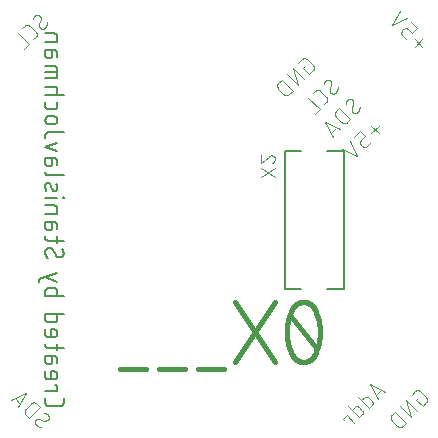
<source format=gbr>
G04 EAGLE Gerber RS-274X export*
G75*
%MOMM*%
%FSLAX34Y34*%
%LPD*%
%INSilkscreen Bottom*%
%IPPOS*%
%AMOC8*
5,1,8,0,0,1.08239X$1,22.5*%
G01*
%ADD10C,0.127000*%
%ADD11C,0.431800*%
%ADD12C,0.101600*%


D10*
X-147747Y-150867D02*
X-147747Y-154310D01*
X-147745Y-154425D01*
X-147739Y-154540D01*
X-147730Y-154655D01*
X-147716Y-154769D01*
X-147699Y-154883D01*
X-147678Y-154996D01*
X-147653Y-155108D01*
X-147625Y-155220D01*
X-147592Y-155330D01*
X-147556Y-155439D01*
X-147517Y-155547D01*
X-147474Y-155654D01*
X-147427Y-155759D01*
X-147377Y-155863D01*
X-147323Y-155965D01*
X-147266Y-156065D01*
X-147206Y-156163D01*
X-147143Y-156259D01*
X-147076Y-156352D01*
X-147006Y-156444D01*
X-146933Y-156533D01*
X-146858Y-156620D01*
X-146779Y-156704D01*
X-146698Y-156785D01*
X-146614Y-156864D01*
X-146527Y-156939D01*
X-146438Y-157012D01*
X-146346Y-157082D01*
X-146253Y-157149D01*
X-146157Y-157212D01*
X-146059Y-157272D01*
X-145959Y-157329D01*
X-145857Y-157383D01*
X-145753Y-157433D01*
X-145648Y-157480D01*
X-145541Y-157523D01*
X-145433Y-157562D01*
X-145324Y-157598D01*
X-145214Y-157631D01*
X-145102Y-157659D01*
X-144990Y-157684D01*
X-144877Y-157705D01*
X-144763Y-157722D01*
X-144649Y-157736D01*
X-144534Y-157745D01*
X-144419Y-157751D01*
X-144304Y-157753D01*
X-135696Y-157753D01*
X-135581Y-157751D01*
X-135466Y-157745D01*
X-135351Y-157736D01*
X-135237Y-157722D01*
X-135123Y-157705D01*
X-135010Y-157684D01*
X-134898Y-157659D01*
X-134786Y-157631D01*
X-134676Y-157598D01*
X-134567Y-157563D01*
X-134459Y-157523D01*
X-134352Y-157480D01*
X-134247Y-157433D01*
X-134143Y-157383D01*
X-134041Y-157329D01*
X-133941Y-157272D01*
X-133843Y-157212D01*
X-133747Y-157149D01*
X-133654Y-157082D01*
X-133562Y-157012D01*
X-133473Y-156939D01*
X-133387Y-156864D01*
X-133302Y-156785D01*
X-133221Y-156704D01*
X-133143Y-156620D01*
X-133067Y-156533D01*
X-132994Y-156444D01*
X-132924Y-156352D01*
X-132857Y-156259D01*
X-132794Y-156163D01*
X-132734Y-156065D01*
X-132677Y-155965D01*
X-132623Y-155863D01*
X-132573Y-155759D01*
X-132526Y-155654D01*
X-132483Y-155547D01*
X-132444Y-155439D01*
X-132408Y-155330D01*
X-132375Y-155220D01*
X-132347Y-155108D01*
X-132322Y-154996D01*
X-132301Y-154883D01*
X-132284Y-154769D01*
X-132270Y-154655D01*
X-132261Y-154540D01*
X-132255Y-154425D01*
X-132253Y-154310D01*
X-132253Y-150867D01*
X-137418Y-144884D02*
X-147747Y-144884D01*
X-137418Y-144884D02*
X-137418Y-139719D01*
X-139139Y-139719D01*
X-147747Y-132469D02*
X-147747Y-128165D01*
X-147747Y-132469D02*
X-147745Y-132568D01*
X-147739Y-132667D01*
X-147730Y-132765D01*
X-147717Y-132863D01*
X-147700Y-132961D01*
X-147679Y-133057D01*
X-147655Y-133153D01*
X-147627Y-133248D01*
X-147595Y-133342D01*
X-147560Y-133434D01*
X-147521Y-133525D01*
X-147479Y-133615D01*
X-147433Y-133702D01*
X-147384Y-133788D01*
X-147332Y-133872D01*
X-147277Y-133954D01*
X-147218Y-134034D01*
X-147157Y-134112D01*
X-147093Y-134187D01*
X-147025Y-134259D01*
X-146955Y-134329D01*
X-146883Y-134397D01*
X-146808Y-134461D01*
X-146730Y-134522D01*
X-146650Y-134581D01*
X-146568Y-134636D01*
X-146484Y-134688D01*
X-146398Y-134737D01*
X-146311Y-134783D01*
X-146221Y-134825D01*
X-146130Y-134864D01*
X-146038Y-134899D01*
X-145944Y-134931D01*
X-145849Y-134959D01*
X-145753Y-134983D01*
X-145657Y-135004D01*
X-145559Y-135021D01*
X-145461Y-135034D01*
X-145363Y-135043D01*
X-145264Y-135049D01*
X-145165Y-135051D01*
X-145165Y-135052D02*
X-140861Y-135052D01*
X-140745Y-135050D01*
X-140629Y-135044D01*
X-140513Y-135034D01*
X-140397Y-135021D01*
X-140282Y-135003D01*
X-140168Y-134982D01*
X-140054Y-134956D01*
X-139942Y-134927D01*
X-139830Y-134894D01*
X-139720Y-134857D01*
X-139611Y-134817D01*
X-139503Y-134773D01*
X-139397Y-134725D01*
X-139293Y-134674D01*
X-139190Y-134619D01*
X-139089Y-134561D01*
X-138991Y-134500D01*
X-138894Y-134435D01*
X-138800Y-134367D01*
X-138708Y-134296D01*
X-138618Y-134221D01*
X-138531Y-134144D01*
X-138447Y-134064D01*
X-138366Y-133981D01*
X-138287Y-133895D01*
X-138211Y-133807D01*
X-138138Y-133716D01*
X-138069Y-133623D01*
X-138002Y-133528D01*
X-137939Y-133430D01*
X-137879Y-133331D01*
X-137823Y-133229D01*
X-137770Y-133125D01*
X-137720Y-133020D01*
X-137675Y-132913D01*
X-137632Y-132805D01*
X-137594Y-132695D01*
X-137559Y-132584D01*
X-137528Y-132472D01*
X-137501Y-132359D01*
X-137477Y-132245D01*
X-137458Y-132130D01*
X-137442Y-132015D01*
X-137430Y-131899D01*
X-137422Y-131783D01*
X-137418Y-131667D01*
X-137418Y-131551D01*
X-137422Y-131435D01*
X-137430Y-131319D01*
X-137442Y-131203D01*
X-137458Y-131088D01*
X-137477Y-130973D01*
X-137501Y-130859D01*
X-137528Y-130746D01*
X-137559Y-130634D01*
X-137594Y-130523D01*
X-137632Y-130413D01*
X-137675Y-130305D01*
X-137720Y-130198D01*
X-137770Y-130093D01*
X-137823Y-129989D01*
X-137879Y-129888D01*
X-137939Y-129788D01*
X-138002Y-129690D01*
X-138069Y-129595D01*
X-138138Y-129502D01*
X-138211Y-129411D01*
X-138287Y-129323D01*
X-138366Y-129237D01*
X-138447Y-129154D01*
X-138531Y-129074D01*
X-138618Y-128997D01*
X-138708Y-128922D01*
X-138800Y-128851D01*
X-138894Y-128783D01*
X-138991Y-128718D01*
X-139089Y-128657D01*
X-139190Y-128599D01*
X-139293Y-128544D01*
X-139397Y-128493D01*
X-139503Y-128445D01*
X-139611Y-128401D01*
X-139720Y-128361D01*
X-139830Y-128324D01*
X-139942Y-128291D01*
X-140054Y-128262D01*
X-140168Y-128236D01*
X-140282Y-128215D01*
X-140397Y-128197D01*
X-140513Y-128184D01*
X-140629Y-128174D01*
X-140745Y-128168D01*
X-140861Y-128166D01*
X-140861Y-128165D02*
X-142582Y-128165D01*
X-142582Y-135052D01*
X-141722Y-119224D02*
X-141722Y-115350D01*
X-141721Y-119224D02*
X-141723Y-119333D01*
X-141729Y-119441D01*
X-141739Y-119550D01*
X-141752Y-119658D01*
X-141770Y-119765D01*
X-141791Y-119872D01*
X-141817Y-119978D01*
X-141846Y-120082D01*
X-141879Y-120186D01*
X-141915Y-120289D01*
X-141956Y-120390D01*
X-141999Y-120489D01*
X-142047Y-120587D01*
X-142098Y-120683D01*
X-142152Y-120777D01*
X-142210Y-120870D01*
X-142271Y-120960D01*
X-142335Y-121047D01*
X-142403Y-121133D01*
X-142473Y-121216D01*
X-142547Y-121296D01*
X-142623Y-121374D01*
X-142702Y-121448D01*
X-142783Y-121520D01*
X-142868Y-121589D01*
X-142954Y-121655D01*
X-143043Y-121718D01*
X-143134Y-121777D01*
X-143228Y-121833D01*
X-143323Y-121886D01*
X-143420Y-121935D01*
X-143518Y-121981D01*
X-143619Y-122023D01*
X-143721Y-122061D01*
X-143824Y-122096D01*
X-143928Y-122127D01*
X-144033Y-122154D01*
X-144140Y-122178D01*
X-144247Y-122197D01*
X-144354Y-122213D01*
X-144462Y-122225D01*
X-144571Y-122233D01*
X-144680Y-122237D01*
X-144788Y-122237D01*
X-144897Y-122233D01*
X-145006Y-122225D01*
X-145114Y-122213D01*
X-145221Y-122197D01*
X-145328Y-122178D01*
X-145435Y-122154D01*
X-145540Y-122127D01*
X-145644Y-122096D01*
X-145747Y-122061D01*
X-145849Y-122023D01*
X-145950Y-121981D01*
X-146048Y-121935D01*
X-146145Y-121886D01*
X-146241Y-121833D01*
X-146334Y-121777D01*
X-146425Y-121718D01*
X-146514Y-121655D01*
X-146600Y-121589D01*
X-146685Y-121520D01*
X-146766Y-121448D01*
X-146845Y-121374D01*
X-146921Y-121296D01*
X-146995Y-121216D01*
X-147065Y-121133D01*
X-147133Y-121047D01*
X-147197Y-120960D01*
X-147258Y-120870D01*
X-147316Y-120777D01*
X-147370Y-120683D01*
X-147421Y-120587D01*
X-147469Y-120489D01*
X-147512Y-120390D01*
X-147553Y-120289D01*
X-147589Y-120186D01*
X-147622Y-120082D01*
X-147651Y-119978D01*
X-147677Y-119872D01*
X-147698Y-119765D01*
X-147716Y-119658D01*
X-147729Y-119550D01*
X-147739Y-119441D01*
X-147745Y-119333D01*
X-147747Y-119224D01*
X-147747Y-115350D01*
X-140000Y-115350D01*
X-140000Y-115351D02*
X-139901Y-115353D01*
X-139802Y-115359D01*
X-139704Y-115368D01*
X-139606Y-115381D01*
X-139508Y-115398D01*
X-139412Y-115419D01*
X-139316Y-115443D01*
X-139221Y-115471D01*
X-139127Y-115503D01*
X-139035Y-115538D01*
X-138944Y-115577D01*
X-138854Y-115619D01*
X-138767Y-115665D01*
X-138681Y-115714D01*
X-138596Y-115766D01*
X-138515Y-115821D01*
X-138435Y-115880D01*
X-138357Y-115941D01*
X-138282Y-116005D01*
X-138210Y-116073D01*
X-138140Y-116143D01*
X-138072Y-116215D01*
X-138008Y-116290D01*
X-137947Y-116368D01*
X-137888Y-116448D01*
X-137833Y-116530D01*
X-137781Y-116614D01*
X-137732Y-116700D01*
X-137686Y-116787D01*
X-137644Y-116877D01*
X-137605Y-116968D01*
X-137570Y-117060D01*
X-137538Y-117154D01*
X-137510Y-117249D01*
X-137486Y-117345D01*
X-137465Y-117441D01*
X-137448Y-117539D01*
X-137435Y-117637D01*
X-137426Y-117735D01*
X-137420Y-117834D01*
X-137418Y-117933D01*
X-137418Y-121376D01*
X-137418Y-110018D02*
X-137418Y-104854D01*
X-132253Y-108297D02*
X-145165Y-108297D01*
X-145165Y-108296D02*
X-145264Y-108294D01*
X-145363Y-108288D01*
X-145461Y-108279D01*
X-145559Y-108266D01*
X-145657Y-108249D01*
X-145753Y-108228D01*
X-145849Y-108204D01*
X-145944Y-108176D01*
X-146038Y-108144D01*
X-146130Y-108109D01*
X-146221Y-108070D01*
X-146311Y-108028D01*
X-146398Y-107982D01*
X-146484Y-107933D01*
X-146568Y-107881D01*
X-146650Y-107826D01*
X-146730Y-107767D01*
X-146808Y-107706D01*
X-146883Y-107642D01*
X-146955Y-107574D01*
X-147025Y-107504D01*
X-147093Y-107432D01*
X-147157Y-107357D01*
X-147218Y-107279D01*
X-147277Y-107199D01*
X-147332Y-107117D01*
X-147384Y-107033D01*
X-147433Y-106947D01*
X-147479Y-106860D01*
X-147521Y-106770D01*
X-147560Y-106679D01*
X-147595Y-106587D01*
X-147627Y-106493D01*
X-147655Y-106398D01*
X-147679Y-106302D01*
X-147700Y-106206D01*
X-147717Y-106108D01*
X-147730Y-106010D01*
X-147739Y-105912D01*
X-147745Y-105813D01*
X-147747Y-105714D01*
X-147747Y-104854D01*
X-147747Y-96792D02*
X-147747Y-92488D01*
X-147747Y-96792D02*
X-147745Y-96891D01*
X-147739Y-96990D01*
X-147730Y-97088D01*
X-147717Y-97186D01*
X-147700Y-97284D01*
X-147679Y-97380D01*
X-147655Y-97476D01*
X-147627Y-97571D01*
X-147595Y-97665D01*
X-147560Y-97757D01*
X-147521Y-97848D01*
X-147479Y-97938D01*
X-147433Y-98025D01*
X-147384Y-98111D01*
X-147332Y-98195D01*
X-147277Y-98277D01*
X-147218Y-98357D01*
X-147157Y-98435D01*
X-147093Y-98510D01*
X-147025Y-98582D01*
X-146955Y-98652D01*
X-146883Y-98720D01*
X-146808Y-98784D01*
X-146730Y-98845D01*
X-146650Y-98904D01*
X-146568Y-98959D01*
X-146484Y-99011D01*
X-146398Y-99060D01*
X-146311Y-99106D01*
X-146221Y-99148D01*
X-146130Y-99187D01*
X-146038Y-99222D01*
X-145944Y-99254D01*
X-145849Y-99282D01*
X-145753Y-99306D01*
X-145657Y-99327D01*
X-145559Y-99344D01*
X-145461Y-99357D01*
X-145363Y-99366D01*
X-145264Y-99372D01*
X-145165Y-99374D01*
X-140861Y-99374D01*
X-140745Y-99372D01*
X-140629Y-99366D01*
X-140513Y-99356D01*
X-140397Y-99343D01*
X-140282Y-99325D01*
X-140168Y-99304D01*
X-140054Y-99278D01*
X-139942Y-99249D01*
X-139830Y-99216D01*
X-139720Y-99179D01*
X-139611Y-99139D01*
X-139503Y-99095D01*
X-139397Y-99047D01*
X-139293Y-98996D01*
X-139190Y-98941D01*
X-139089Y-98883D01*
X-138991Y-98822D01*
X-138894Y-98757D01*
X-138800Y-98689D01*
X-138708Y-98618D01*
X-138618Y-98543D01*
X-138531Y-98466D01*
X-138447Y-98386D01*
X-138366Y-98303D01*
X-138287Y-98217D01*
X-138211Y-98129D01*
X-138138Y-98038D01*
X-138069Y-97945D01*
X-138002Y-97850D01*
X-137939Y-97752D01*
X-137879Y-97653D01*
X-137823Y-97551D01*
X-137770Y-97447D01*
X-137720Y-97342D01*
X-137675Y-97235D01*
X-137632Y-97127D01*
X-137594Y-97017D01*
X-137559Y-96906D01*
X-137528Y-96794D01*
X-137501Y-96681D01*
X-137477Y-96567D01*
X-137458Y-96452D01*
X-137442Y-96337D01*
X-137430Y-96221D01*
X-137422Y-96105D01*
X-137418Y-95989D01*
X-137418Y-95873D01*
X-137422Y-95757D01*
X-137430Y-95641D01*
X-137442Y-95525D01*
X-137458Y-95410D01*
X-137477Y-95295D01*
X-137501Y-95181D01*
X-137528Y-95068D01*
X-137559Y-94956D01*
X-137594Y-94845D01*
X-137632Y-94735D01*
X-137675Y-94627D01*
X-137720Y-94520D01*
X-137770Y-94415D01*
X-137823Y-94311D01*
X-137879Y-94210D01*
X-137939Y-94110D01*
X-138002Y-94012D01*
X-138069Y-93917D01*
X-138138Y-93824D01*
X-138211Y-93733D01*
X-138287Y-93645D01*
X-138366Y-93559D01*
X-138447Y-93476D01*
X-138531Y-93396D01*
X-138618Y-93319D01*
X-138708Y-93244D01*
X-138800Y-93173D01*
X-138894Y-93105D01*
X-138991Y-93040D01*
X-139089Y-92979D01*
X-139190Y-92921D01*
X-139293Y-92866D01*
X-139397Y-92815D01*
X-139503Y-92767D01*
X-139611Y-92723D01*
X-139720Y-92683D01*
X-139830Y-92646D01*
X-139942Y-92613D01*
X-140054Y-92584D01*
X-140168Y-92558D01*
X-140282Y-92537D01*
X-140397Y-92519D01*
X-140513Y-92506D01*
X-140629Y-92496D01*
X-140745Y-92490D01*
X-140861Y-92488D01*
X-142582Y-92488D01*
X-142582Y-99374D01*
X-147747Y-79672D02*
X-132253Y-79672D01*
X-147747Y-79672D02*
X-147747Y-83976D01*
X-147745Y-84075D01*
X-147739Y-84174D01*
X-147730Y-84272D01*
X-147717Y-84370D01*
X-147700Y-84468D01*
X-147679Y-84564D01*
X-147655Y-84660D01*
X-147627Y-84755D01*
X-147595Y-84849D01*
X-147560Y-84941D01*
X-147521Y-85032D01*
X-147479Y-85122D01*
X-147433Y-85209D01*
X-147384Y-85295D01*
X-147332Y-85379D01*
X-147277Y-85461D01*
X-147218Y-85541D01*
X-147157Y-85619D01*
X-147093Y-85694D01*
X-147025Y-85766D01*
X-146955Y-85836D01*
X-146883Y-85904D01*
X-146808Y-85968D01*
X-146730Y-86029D01*
X-146650Y-86088D01*
X-146568Y-86143D01*
X-146484Y-86195D01*
X-146398Y-86244D01*
X-146311Y-86290D01*
X-146221Y-86332D01*
X-146130Y-86371D01*
X-146038Y-86406D01*
X-145944Y-86438D01*
X-145849Y-86466D01*
X-145753Y-86490D01*
X-145657Y-86511D01*
X-145559Y-86528D01*
X-145461Y-86541D01*
X-145363Y-86550D01*
X-145264Y-86556D01*
X-145165Y-86558D01*
X-145165Y-86559D02*
X-140000Y-86559D01*
X-140000Y-86558D02*
X-139901Y-86556D01*
X-139802Y-86550D01*
X-139704Y-86541D01*
X-139606Y-86528D01*
X-139508Y-86511D01*
X-139412Y-86490D01*
X-139316Y-86466D01*
X-139221Y-86438D01*
X-139127Y-86406D01*
X-139035Y-86371D01*
X-138944Y-86332D01*
X-138854Y-86290D01*
X-138767Y-86244D01*
X-138681Y-86195D01*
X-138597Y-86143D01*
X-138515Y-86088D01*
X-138435Y-86029D01*
X-138357Y-85968D01*
X-138282Y-85904D01*
X-138210Y-85836D01*
X-138140Y-85766D01*
X-138072Y-85694D01*
X-138008Y-85619D01*
X-137947Y-85541D01*
X-137888Y-85461D01*
X-137833Y-85379D01*
X-137781Y-85295D01*
X-137732Y-85209D01*
X-137686Y-85122D01*
X-137644Y-85032D01*
X-137605Y-84941D01*
X-137570Y-84849D01*
X-137538Y-84755D01*
X-137510Y-84660D01*
X-137486Y-84564D01*
X-137465Y-84468D01*
X-137448Y-84370D01*
X-137435Y-84272D01*
X-137426Y-84174D01*
X-137420Y-84075D01*
X-137418Y-83976D01*
X-137418Y-79672D01*
X-132253Y-64619D02*
X-147747Y-64619D01*
X-147747Y-60315D01*
X-147745Y-60214D01*
X-147739Y-60112D01*
X-147729Y-60012D01*
X-147715Y-59911D01*
X-147697Y-59811D01*
X-147676Y-59712D01*
X-147650Y-59614D01*
X-147621Y-59517D01*
X-147587Y-59421D01*
X-147550Y-59327D01*
X-147510Y-59234D01*
X-147466Y-59143D01*
X-147418Y-59053D01*
X-147367Y-58966D01*
X-147312Y-58881D01*
X-147254Y-58797D01*
X-147193Y-58717D01*
X-147128Y-58638D01*
X-147061Y-58562D01*
X-146991Y-58489D01*
X-146918Y-58419D01*
X-146842Y-58352D01*
X-146764Y-58287D01*
X-146683Y-58226D01*
X-146600Y-58168D01*
X-146514Y-58114D01*
X-146427Y-58062D01*
X-146337Y-58014D01*
X-146246Y-57970D01*
X-146153Y-57930D01*
X-146059Y-57893D01*
X-145963Y-57859D01*
X-145866Y-57830D01*
X-145768Y-57804D01*
X-145669Y-57783D01*
X-145569Y-57765D01*
X-145469Y-57751D01*
X-145368Y-57741D01*
X-145266Y-57735D01*
X-145165Y-57733D01*
X-145165Y-57732D02*
X-140000Y-57732D01*
X-140000Y-57733D02*
X-139901Y-57735D01*
X-139802Y-57741D01*
X-139704Y-57750D01*
X-139606Y-57763D01*
X-139508Y-57780D01*
X-139412Y-57801D01*
X-139316Y-57825D01*
X-139221Y-57853D01*
X-139127Y-57885D01*
X-139035Y-57920D01*
X-138944Y-57959D01*
X-138854Y-58001D01*
X-138767Y-58047D01*
X-138681Y-58096D01*
X-138596Y-58148D01*
X-138515Y-58203D01*
X-138435Y-58262D01*
X-138357Y-58323D01*
X-138282Y-58387D01*
X-138210Y-58455D01*
X-138140Y-58525D01*
X-138072Y-58597D01*
X-138008Y-58672D01*
X-137947Y-58750D01*
X-137888Y-58830D01*
X-137833Y-58912D01*
X-137781Y-58996D01*
X-137732Y-59082D01*
X-137686Y-59169D01*
X-137644Y-59259D01*
X-137605Y-59350D01*
X-137570Y-59442D01*
X-137538Y-59536D01*
X-137510Y-59631D01*
X-137486Y-59727D01*
X-137465Y-59823D01*
X-137448Y-59921D01*
X-137435Y-60019D01*
X-137426Y-60117D01*
X-137420Y-60216D01*
X-137418Y-60315D01*
X-137418Y-64619D01*
X-152912Y-52299D02*
X-152912Y-50577D01*
X-137418Y-45413D01*
X-137418Y-52299D02*
X-147747Y-48856D01*
X-147747Y-27183D02*
X-147745Y-27068D01*
X-147739Y-26953D01*
X-147730Y-26838D01*
X-147716Y-26724D01*
X-147699Y-26610D01*
X-147678Y-26497D01*
X-147653Y-26385D01*
X-147625Y-26273D01*
X-147592Y-26163D01*
X-147557Y-26054D01*
X-147517Y-25946D01*
X-147474Y-25839D01*
X-147427Y-25734D01*
X-147377Y-25630D01*
X-147323Y-25528D01*
X-147266Y-25428D01*
X-147206Y-25330D01*
X-147143Y-25234D01*
X-147076Y-25141D01*
X-147006Y-25049D01*
X-146933Y-24960D01*
X-146858Y-24874D01*
X-146779Y-24789D01*
X-146698Y-24708D01*
X-146614Y-24630D01*
X-146527Y-24554D01*
X-146438Y-24481D01*
X-146346Y-24411D01*
X-146253Y-24344D01*
X-146157Y-24281D01*
X-146059Y-24221D01*
X-145959Y-24164D01*
X-145857Y-24110D01*
X-145753Y-24060D01*
X-145648Y-24013D01*
X-145541Y-23970D01*
X-145433Y-23931D01*
X-145324Y-23895D01*
X-145214Y-23862D01*
X-145102Y-23834D01*
X-144990Y-23809D01*
X-144877Y-23788D01*
X-144763Y-23771D01*
X-144649Y-23757D01*
X-144534Y-23748D01*
X-144419Y-23742D01*
X-144304Y-23740D01*
X-147747Y-27183D02*
X-147745Y-27357D01*
X-147739Y-27531D01*
X-147728Y-27705D01*
X-147714Y-27878D01*
X-147695Y-28051D01*
X-147672Y-28224D01*
X-147645Y-28396D01*
X-147614Y-28567D01*
X-147579Y-28737D01*
X-147540Y-28907D01*
X-147497Y-29075D01*
X-147449Y-29243D01*
X-147398Y-29409D01*
X-147343Y-29574D01*
X-147284Y-29738D01*
X-147220Y-29900D01*
X-147154Y-30061D01*
X-147083Y-30220D01*
X-147008Y-30377D01*
X-146930Y-30533D01*
X-146848Y-30686D01*
X-146762Y-30838D01*
X-146673Y-30987D01*
X-146580Y-31134D01*
X-146484Y-31279D01*
X-146384Y-31422D01*
X-146281Y-31562D01*
X-146175Y-31700D01*
X-146065Y-31835D01*
X-145952Y-31967D01*
X-145836Y-32097D01*
X-145717Y-32224D01*
X-145595Y-32348D01*
X-135696Y-31917D02*
X-135581Y-31915D01*
X-135466Y-31909D01*
X-135351Y-31900D01*
X-135237Y-31886D01*
X-135123Y-31869D01*
X-135010Y-31848D01*
X-134898Y-31823D01*
X-134786Y-31795D01*
X-134676Y-31762D01*
X-134567Y-31726D01*
X-134459Y-31687D01*
X-134352Y-31644D01*
X-134247Y-31597D01*
X-134143Y-31547D01*
X-134041Y-31493D01*
X-133941Y-31436D01*
X-133843Y-31376D01*
X-133747Y-31313D01*
X-133654Y-31246D01*
X-133562Y-31176D01*
X-133473Y-31103D01*
X-133386Y-31028D01*
X-133302Y-30949D01*
X-133221Y-30868D01*
X-133142Y-30784D01*
X-133067Y-30697D01*
X-132994Y-30608D01*
X-132924Y-30516D01*
X-132857Y-30423D01*
X-132794Y-30327D01*
X-132734Y-30229D01*
X-132677Y-30129D01*
X-132623Y-30027D01*
X-132573Y-29923D01*
X-132526Y-29818D01*
X-132483Y-29711D01*
X-132444Y-29603D01*
X-132408Y-29494D01*
X-132375Y-29384D01*
X-132347Y-29272D01*
X-132322Y-29160D01*
X-132301Y-29047D01*
X-132284Y-28933D01*
X-132270Y-28819D01*
X-132261Y-28704D01*
X-132255Y-28589D01*
X-132253Y-28474D01*
X-132255Y-28314D01*
X-132261Y-28155D01*
X-132271Y-27995D01*
X-132285Y-27836D01*
X-132302Y-27677D01*
X-132324Y-27519D01*
X-132350Y-27361D01*
X-132379Y-27204D01*
X-132413Y-27048D01*
X-132450Y-26892D01*
X-132491Y-26738D01*
X-132536Y-26585D01*
X-132584Y-26432D01*
X-132637Y-26281D01*
X-132693Y-26132D01*
X-132753Y-25984D01*
X-132816Y-25837D01*
X-132883Y-25692D01*
X-132954Y-25549D01*
X-133028Y-25407D01*
X-133106Y-25267D01*
X-133187Y-25130D01*
X-133271Y-24994D01*
X-133359Y-24861D01*
X-133450Y-24729D01*
X-133544Y-24600D01*
X-138709Y-30195D02*
X-138648Y-30295D01*
X-138583Y-30393D01*
X-138516Y-30489D01*
X-138445Y-30582D01*
X-138371Y-30673D01*
X-138294Y-30761D01*
X-138214Y-30847D01*
X-138131Y-30930D01*
X-138046Y-31010D01*
X-137958Y-31087D01*
X-137867Y-31161D01*
X-137774Y-31232D01*
X-137679Y-31300D01*
X-137581Y-31365D01*
X-137482Y-31427D01*
X-137380Y-31485D01*
X-137276Y-31540D01*
X-137171Y-31591D01*
X-137064Y-31638D01*
X-136955Y-31682D01*
X-136845Y-31723D01*
X-136734Y-31759D01*
X-136622Y-31792D01*
X-136508Y-31821D01*
X-136394Y-31847D01*
X-136279Y-31868D01*
X-136163Y-31886D01*
X-136047Y-31899D01*
X-135930Y-31909D01*
X-135813Y-31915D01*
X-135696Y-31917D01*
X-141291Y-25462D02*
X-141352Y-25362D01*
X-141417Y-25264D01*
X-141485Y-25168D01*
X-141555Y-25075D01*
X-141629Y-24984D01*
X-141706Y-24896D01*
X-141786Y-24810D01*
X-141869Y-24727D01*
X-141954Y-24647D01*
X-142042Y-24570D01*
X-142133Y-24496D01*
X-142226Y-24424D01*
X-142321Y-24356D01*
X-142419Y-24292D01*
X-142518Y-24230D01*
X-142620Y-24172D01*
X-142724Y-24117D01*
X-142829Y-24066D01*
X-142936Y-24019D01*
X-143045Y-23975D01*
X-143155Y-23934D01*
X-143266Y-23898D01*
X-143378Y-23865D01*
X-143492Y-23836D01*
X-143606Y-23810D01*
X-143721Y-23789D01*
X-143837Y-23771D01*
X-143953Y-23758D01*
X-144070Y-23748D01*
X-144187Y-23742D01*
X-144304Y-23740D01*
X-141291Y-25461D02*
X-138709Y-30196D01*
X-137418Y-19337D02*
X-137418Y-14172D01*
X-132253Y-17615D02*
X-145165Y-17615D01*
X-145264Y-17613D01*
X-145363Y-17607D01*
X-145461Y-17598D01*
X-145559Y-17585D01*
X-145657Y-17568D01*
X-145753Y-17547D01*
X-145849Y-17523D01*
X-145944Y-17495D01*
X-146038Y-17463D01*
X-146130Y-17428D01*
X-146221Y-17389D01*
X-146311Y-17347D01*
X-146398Y-17301D01*
X-146484Y-17252D01*
X-146568Y-17200D01*
X-146650Y-17145D01*
X-146730Y-17086D01*
X-146808Y-17025D01*
X-146883Y-16961D01*
X-146955Y-16893D01*
X-147025Y-16823D01*
X-147093Y-16751D01*
X-147157Y-16676D01*
X-147218Y-16598D01*
X-147277Y-16518D01*
X-147332Y-16436D01*
X-147384Y-16352D01*
X-147433Y-16266D01*
X-147479Y-16179D01*
X-147521Y-16089D01*
X-147560Y-15998D01*
X-147595Y-15906D01*
X-147627Y-15812D01*
X-147655Y-15717D01*
X-147679Y-15621D01*
X-147700Y-15525D01*
X-147717Y-15427D01*
X-147730Y-15329D01*
X-147739Y-15231D01*
X-147745Y-15132D01*
X-147747Y-15033D01*
X-147747Y-14172D01*
X-141722Y-5748D02*
X-141722Y-1875D01*
X-141721Y-5748D02*
X-141723Y-5857D01*
X-141729Y-5965D01*
X-141739Y-6074D01*
X-141752Y-6182D01*
X-141770Y-6289D01*
X-141791Y-6396D01*
X-141817Y-6502D01*
X-141846Y-6606D01*
X-141879Y-6710D01*
X-141915Y-6813D01*
X-141956Y-6914D01*
X-141999Y-7013D01*
X-142047Y-7111D01*
X-142098Y-7207D01*
X-142152Y-7301D01*
X-142210Y-7394D01*
X-142271Y-7484D01*
X-142335Y-7571D01*
X-142403Y-7657D01*
X-142473Y-7740D01*
X-142547Y-7820D01*
X-142623Y-7898D01*
X-142702Y-7972D01*
X-142783Y-8044D01*
X-142868Y-8113D01*
X-142954Y-8179D01*
X-143043Y-8242D01*
X-143134Y-8301D01*
X-143228Y-8357D01*
X-143323Y-8410D01*
X-143420Y-8459D01*
X-143518Y-8505D01*
X-143619Y-8547D01*
X-143721Y-8585D01*
X-143824Y-8620D01*
X-143928Y-8651D01*
X-144033Y-8678D01*
X-144140Y-8702D01*
X-144247Y-8721D01*
X-144354Y-8737D01*
X-144462Y-8749D01*
X-144571Y-8757D01*
X-144680Y-8761D01*
X-144788Y-8761D01*
X-144897Y-8757D01*
X-145006Y-8749D01*
X-145114Y-8737D01*
X-145221Y-8721D01*
X-145328Y-8702D01*
X-145435Y-8678D01*
X-145540Y-8651D01*
X-145644Y-8620D01*
X-145747Y-8585D01*
X-145849Y-8547D01*
X-145950Y-8505D01*
X-146048Y-8459D01*
X-146145Y-8410D01*
X-146241Y-8357D01*
X-146334Y-8301D01*
X-146425Y-8242D01*
X-146514Y-8179D01*
X-146600Y-8113D01*
X-146685Y-8044D01*
X-146766Y-7972D01*
X-146845Y-7898D01*
X-146921Y-7820D01*
X-146995Y-7740D01*
X-147065Y-7657D01*
X-147133Y-7571D01*
X-147197Y-7484D01*
X-147258Y-7394D01*
X-147316Y-7301D01*
X-147370Y-7207D01*
X-147421Y-7111D01*
X-147469Y-7013D01*
X-147512Y-6914D01*
X-147553Y-6813D01*
X-147589Y-6710D01*
X-147622Y-6606D01*
X-147651Y-6502D01*
X-147677Y-6396D01*
X-147698Y-6289D01*
X-147716Y-6182D01*
X-147729Y-6074D01*
X-147739Y-5965D01*
X-147745Y-5857D01*
X-147747Y-5748D01*
X-147747Y-1875D01*
X-140000Y-1875D01*
X-139901Y-1877D01*
X-139802Y-1883D01*
X-139704Y-1892D01*
X-139606Y-1905D01*
X-139508Y-1922D01*
X-139412Y-1943D01*
X-139316Y-1967D01*
X-139221Y-1995D01*
X-139127Y-2027D01*
X-139035Y-2062D01*
X-138944Y-2101D01*
X-138854Y-2143D01*
X-138767Y-2189D01*
X-138681Y-2238D01*
X-138596Y-2290D01*
X-138515Y-2345D01*
X-138435Y-2404D01*
X-138357Y-2465D01*
X-138282Y-2529D01*
X-138210Y-2597D01*
X-138140Y-2667D01*
X-138072Y-2739D01*
X-138008Y-2814D01*
X-137947Y-2892D01*
X-137888Y-2972D01*
X-137833Y-3054D01*
X-137781Y-3138D01*
X-137732Y-3224D01*
X-137686Y-3311D01*
X-137644Y-3401D01*
X-137605Y-3492D01*
X-137570Y-3584D01*
X-137538Y-3678D01*
X-137510Y-3773D01*
X-137486Y-3869D01*
X-137465Y-3965D01*
X-137448Y-4063D01*
X-137435Y-4161D01*
X-137426Y-4259D01*
X-137420Y-4358D01*
X-137418Y-4457D01*
X-137418Y-7900D01*
X-137418Y5182D02*
X-147747Y5182D01*
X-137418Y5182D02*
X-137418Y9486D01*
X-137420Y9587D01*
X-137426Y9689D01*
X-137436Y9789D01*
X-137450Y9890D01*
X-137468Y9990D01*
X-137489Y10089D01*
X-137515Y10187D01*
X-137544Y10284D01*
X-137578Y10380D01*
X-137615Y10474D01*
X-137655Y10567D01*
X-137699Y10658D01*
X-137747Y10748D01*
X-137798Y10835D01*
X-137853Y10920D01*
X-137911Y11004D01*
X-137972Y11084D01*
X-138037Y11163D01*
X-138104Y11239D01*
X-138174Y11312D01*
X-138247Y11382D01*
X-138323Y11449D01*
X-138401Y11514D01*
X-138482Y11575D01*
X-138566Y11633D01*
X-138651Y11688D01*
X-138738Y11739D01*
X-138828Y11787D01*
X-138919Y11831D01*
X-139012Y11871D01*
X-139106Y11908D01*
X-139202Y11942D01*
X-139299Y11971D01*
X-139397Y11997D01*
X-139496Y12018D01*
X-139596Y12036D01*
X-139696Y12050D01*
X-139797Y12060D01*
X-139899Y12066D01*
X-140000Y12068D01*
X-147747Y12068D01*
X-147747Y18536D02*
X-137418Y18536D01*
X-133114Y18105D02*
X-132253Y18105D01*
X-132253Y18966D01*
X-133114Y18966D01*
X-133114Y18105D01*
X-141722Y25799D02*
X-143443Y30103D01*
X-141721Y25799D02*
X-141685Y25713D01*
X-141644Y25628D01*
X-141601Y25545D01*
X-141553Y25464D01*
X-141503Y25385D01*
X-141449Y25308D01*
X-141392Y25233D01*
X-141332Y25161D01*
X-141268Y25092D01*
X-141202Y25025D01*
X-141134Y24961D01*
X-141062Y24900D01*
X-140988Y24843D01*
X-140912Y24788D01*
X-140834Y24736D01*
X-140753Y24688D01*
X-140671Y24644D01*
X-140586Y24602D01*
X-140500Y24565D01*
X-140413Y24531D01*
X-140324Y24501D01*
X-140234Y24474D01*
X-140143Y24451D01*
X-140051Y24432D01*
X-139958Y24418D01*
X-139865Y24406D01*
X-139771Y24399D01*
X-139678Y24396D01*
X-139584Y24397D01*
X-139490Y24402D01*
X-139397Y24410D01*
X-139304Y24423D01*
X-139211Y24439D01*
X-139120Y24460D01*
X-139029Y24484D01*
X-138939Y24512D01*
X-138851Y24544D01*
X-138764Y24579D01*
X-138679Y24618D01*
X-138595Y24660D01*
X-138513Y24707D01*
X-138434Y24756D01*
X-138356Y24809D01*
X-138281Y24865D01*
X-138208Y24924D01*
X-138137Y24986D01*
X-138070Y25051D01*
X-138005Y25119D01*
X-137943Y25189D01*
X-137884Y25262D01*
X-137828Y25338D01*
X-137775Y25415D01*
X-137726Y25495D01*
X-137680Y25577D01*
X-137638Y25661D01*
X-137599Y25746D01*
X-137563Y25833D01*
X-137532Y25921D01*
X-137504Y26011D01*
X-137480Y26102D01*
X-137460Y26193D01*
X-137443Y26286D01*
X-137431Y26379D01*
X-137422Y26472D01*
X-137418Y26566D01*
X-137417Y26660D01*
X-137418Y26660D02*
X-137424Y26895D01*
X-137436Y27129D01*
X-137453Y27364D01*
X-137477Y27598D01*
X-137505Y27831D01*
X-137540Y28063D01*
X-137580Y28295D01*
X-137625Y28526D01*
X-137676Y28755D01*
X-137732Y28983D01*
X-137794Y29210D01*
X-137862Y29435D01*
X-137935Y29659D01*
X-138013Y29880D01*
X-138096Y30100D01*
X-138185Y30318D01*
X-138279Y30533D01*
X-143443Y30103D02*
X-143479Y30189D01*
X-143520Y30274D01*
X-143563Y30357D01*
X-143611Y30438D01*
X-143661Y30517D01*
X-143715Y30594D01*
X-143772Y30669D01*
X-143832Y30741D01*
X-143896Y30810D01*
X-143962Y30877D01*
X-144030Y30941D01*
X-144102Y31002D01*
X-144176Y31059D01*
X-144252Y31114D01*
X-144330Y31166D01*
X-144411Y31214D01*
X-144493Y31258D01*
X-144578Y31300D01*
X-144664Y31337D01*
X-144751Y31371D01*
X-144840Y31401D01*
X-144930Y31428D01*
X-145021Y31451D01*
X-145113Y31470D01*
X-145206Y31484D01*
X-145299Y31496D01*
X-145393Y31503D01*
X-145486Y31506D01*
X-145580Y31505D01*
X-145674Y31500D01*
X-145767Y31492D01*
X-145860Y31479D01*
X-145953Y31463D01*
X-146044Y31442D01*
X-146135Y31418D01*
X-146225Y31390D01*
X-146313Y31358D01*
X-146400Y31323D01*
X-146485Y31284D01*
X-146569Y31242D01*
X-146651Y31195D01*
X-146730Y31146D01*
X-146808Y31093D01*
X-146883Y31037D01*
X-146956Y30978D01*
X-147027Y30916D01*
X-147094Y30851D01*
X-147159Y30783D01*
X-147221Y30713D01*
X-147280Y30640D01*
X-147336Y30564D01*
X-147389Y30487D01*
X-147438Y30407D01*
X-147484Y30325D01*
X-147526Y30241D01*
X-147565Y30156D01*
X-147601Y30069D01*
X-147632Y29981D01*
X-147660Y29891D01*
X-147684Y29800D01*
X-147704Y29709D01*
X-147721Y29616D01*
X-147733Y29523D01*
X-147742Y29430D01*
X-147746Y29336D01*
X-147747Y29242D01*
X-147737Y28896D01*
X-147720Y28552D01*
X-147695Y28207D01*
X-147662Y27864D01*
X-147620Y27521D01*
X-147570Y27179D01*
X-147513Y26839D01*
X-147447Y26500D01*
X-147373Y26162D01*
X-147291Y25827D01*
X-147202Y25494D01*
X-147104Y25162D01*
X-146999Y24834D01*
X-146886Y24507D01*
X-145165Y37620D02*
X-132253Y37620D01*
X-145165Y37621D02*
X-145264Y37623D01*
X-145363Y37629D01*
X-145461Y37638D01*
X-145559Y37651D01*
X-145657Y37668D01*
X-145753Y37689D01*
X-145849Y37713D01*
X-145944Y37741D01*
X-146038Y37773D01*
X-146130Y37808D01*
X-146221Y37847D01*
X-146311Y37889D01*
X-146398Y37935D01*
X-146484Y37984D01*
X-146568Y38036D01*
X-146650Y38091D01*
X-146730Y38150D01*
X-146808Y38211D01*
X-146883Y38275D01*
X-146955Y38343D01*
X-147025Y38413D01*
X-147093Y38485D01*
X-147157Y38560D01*
X-147218Y38638D01*
X-147277Y38718D01*
X-147332Y38800D01*
X-147384Y38884D01*
X-147433Y38970D01*
X-147479Y39057D01*
X-147521Y39147D01*
X-147560Y39238D01*
X-147595Y39330D01*
X-147627Y39424D01*
X-147655Y39519D01*
X-147679Y39615D01*
X-147700Y39711D01*
X-147717Y39809D01*
X-147730Y39907D01*
X-147739Y40005D01*
X-147745Y40104D01*
X-147747Y40203D01*
X-141722Y48264D02*
X-141722Y52138D01*
X-141721Y48264D02*
X-141723Y48155D01*
X-141729Y48047D01*
X-141739Y47938D01*
X-141752Y47830D01*
X-141770Y47723D01*
X-141791Y47616D01*
X-141817Y47510D01*
X-141846Y47406D01*
X-141879Y47302D01*
X-141915Y47199D01*
X-141956Y47098D01*
X-141999Y46999D01*
X-142047Y46901D01*
X-142098Y46805D01*
X-142152Y46711D01*
X-142210Y46618D01*
X-142271Y46528D01*
X-142335Y46441D01*
X-142403Y46355D01*
X-142473Y46272D01*
X-142547Y46192D01*
X-142623Y46114D01*
X-142702Y46040D01*
X-142783Y45968D01*
X-142868Y45899D01*
X-142954Y45833D01*
X-143043Y45770D01*
X-143134Y45711D01*
X-143228Y45655D01*
X-143323Y45602D01*
X-143420Y45553D01*
X-143518Y45507D01*
X-143619Y45465D01*
X-143721Y45427D01*
X-143824Y45392D01*
X-143928Y45361D01*
X-144033Y45334D01*
X-144140Y45310D01*
X-144247Y45291D01*
X-144354Y45275D01*
X-144462Y45263D01*
X-144571Y45255D01*
X-144680Y45251D01*
X-144788Y45251D01*
X-144897Y45255D01*
X-145006Y45263D01*
X-145114Y45275D01*
X-145221Y45291D01*
X-145328Y45310D01*
X-145435Y45334D01*
X-145540Y45361D01*
X-145644Y45392D01*
X-145747Y45427D01*
X-145849Y45465D01*
X-145950Y45507D01*
X-146048Y45553D01*
X-146145Y45602D01*
X-146241Y45655D01*
X-146334Y45711D01*
X-146425Y45770D01*
X-146514Y45833D01*
X-146600Y45899D01*
X-146685Y45968D01*
X-146766Y46040D01*
X-146845Y46114D01*
X-146921Y46192D01*
X-146995Y46272D01*
X-147065Y46355D01*
X-147133Y46441D01*
X-147197Y46528D01*
X-147258Y46618D01*
X-147316Y46711D01*
X-147370Y46805D01*
X-147421Y46901D01*
X-147469Y46999D01*
X-147512Y47098D01*
X-147553Y47199D01*
X-147589Y47302D01*
X-147622Y47406D01*
X-147651Y47510D01*
X-147677Y47616D01*
X-147698Y47723D01*
X-147716Y47830D01*
X-147729Y47938D01*
X-147739Y48047D01*
X-147745Y48155D01*
X-147747Y48264D01*
X-147747Y52138D01*
X-140000Y52138D01*
X-140000Y52137D02*
X-139901Y52135D01*
X-139802Y52129D01*
X-139704Y52120D01*
X-139606Y52107D01*
X-139508Y52090D01*
X-139412Y52069D01*
X-139316Y52045D01*
X-139221Y52017D01*
X-139127Y51985D01*
X-139035Y51950D01*
X-138944Y51911D01*
X-138854Y51869D01*
X-138767Y51823D01*
X-138681Y51774D01*
X-138597Y51722D01*
X-138515Y51667D01*
X-138435Y51608D01*
X-138357Y51547D01*
X-138282Y51483D01*
X-138210Y51415D01*
X-138140Y51345D01*
X-138072Y51273D01*
X-138008Y51198D01*
X-137947Y51120D01*
X-137888Y51040D01*
X-137833Y50958D01*
X-137781Y50874D01*
X-137732Y50788D01*
X-137686Y50701D01*
X-137644Y50611D01*
X-137605Y50520D01*
X-137570Y50428D01*
X-137538Y50334D01*
X-137510Y50239D01*
X-137486Y50143D01*
X-137465Y50047D01*
X-137448Y49949D01*
X-137435Y49851D01*
X-137426Y49753D01*
X-137420Y49654D01*
X-137418Y49555D01*
X-137418Y46112D01*
X-137418Y58203D02*
X-147747Y61647D01*
X-137418Y65090D01*
X-132253Y74426D02*
X-144304Y74426D01*
X-144419Y74424D01*
X-144534Y74418D01*
X-144649Y74409D01*
X-144763Y74395D01*
X-144877Y74378D01*
X-144990Y74357D01*
X-145102Y74332D01*
X-145214Y74304D01*
X-145324Y74271D01*
X-145433Y74235D01*
X-145541Y74196D01*
X-145648Y74153D01*
X-145753Y74106D01*
X-145857Y74056D01*
X-145959Y74002D01*
X-146059Y73945D01*
X-146157Y73885D01*
X-146253Y73822D01*
X-146346Y73755D01*
X-146438Y73685D01*
X-146527Y73612D01*
X-146614Y73536D01*
X-146698Y73458D01*
X-146779Y73377D01*
X-146858Y73292D01*
X-146933Y73206D01*
X-147006Y73117D01*
X-147076Y73025D01*
X-147143Y72932D01*
X-147206Y72836D01*
X-147266Y72738D01*
X-147323Y72638D01*
X-147377Y72536D01*
X-147427Y72432D01*
X-147474Y72327D01*
X-147517Y72220D01*
X-147557Y72112D01*
X-147592Y72003D01*
X-147625Y71893D01*
X-147653Y71781D01*
X-147678Y71669D01*
X-147699Y71556D01*
X-147716Y71442D01*
X-147730Y71328D01*
X-147739Y71213D01*
X-147745Y71098D01*
X-147747Y70983D01*
X-147747Y69262D01*
X-144304Y80998D02*
X-140861Y80998D01*
X-140745Y81000D01*
X-140629Y81006D01*
X-140513Y81016D01*
X-140397Y81029D01*
X-140282Y81047D01*
X-140168Y81068D01*
X-140054Y81094D01*
X-139942Y81123D01*
X-139830Y81156D01*
X-139720Y81193D01*
X-139611Y81233D01*
X-139503Y81277D01*
X-139397Y81325D01*
X-139293Y81376D01*
X-139190Y81431D01*
X-139089Y81489D01*
X-138991Y81550D01*
X-138894Y81615D01*
X-138800Y81683D01*
X-138708Y81754D01*
X-138618Y81829D01*
X-138531Y81906D01*
X-138447Y81986D01*
X-138366Y82069D01*
X-138287Y82155D01*
X-138211Y82243D01*
X-138138Y82334D01*
X-138069Y82427D01*
X-138002Y82522D01*
X-137939Y82620D01*
X-137879Y82719D01*
X-137823Y82821D01*
X-137770Y82925D01*
X-137720Y83030D01*
X-137675Y83137D01*
X-137632Y83245D01*
X-137594Y83355D01*
X-137559Y83466D01*
X-137528Y83578D01*
X-137501Y83691D01*
X-137477Y83805D01*
X-137458Y83920D01*
X-137442Y84035D01*
X-137430Y84151D01*
X-137422Y84267D01*
X-137418Y84383D01*
X-137418Y84499D01*
X-137422Y84615D01*
X-137430Y84731D01*
X-137442Y84847D01*
X-137458Y84962D01*
X-137477Y85077D01*
X-137501Y85191D01*
X-137528Y85304D01*
X-137559Y85416D01*
X-137594Y85527D01*
X-137632Y85637D01*
X-137675Y85745D01*
X-137720Y85852D01*
X-137770Y85957D01*
X-137823Y86061D01*
X-137879Y86162D01*
X-137939Y86262D01*
X-138002Y86360D01*
X-138069Y86455D01*
X-138138Y86548D01*
X-138211Y86639D01*
X-138287Y86727D01*
X-138366Y86813D01*
X-138447Y86896D01*
X-138531Y86976D01*
X-138618Y87053D01*
X-138708Y87128D01*
X-138800Y87199D01*
X-138894Y87267D01*
X-138991Y87332D01*
X-139089Y87393D01*
X-139190Y87451D01*
X-139293Y87506D01*
X-139397Y87557D01*
X-139503Y87605D01*
X-139611Y87649D01*
X-139720Y87689D01*
X-139830Y87726D01*
X-139942Y87759D01*
X-140054Y87788D01*
X-140168Y87814D01*
X-140282Y87835D01*
X-140397Y87853D01*
X-140513Y87866D01*
X-140629Y87876D01*
X-140745Y87882D01*
X-140861Y87884D01*
X-144304Y87884D01*
X-144420Y87882D01*
X-144536Y87876D01*
X-144652Y87866D01*
X-144768Y87853D01*
X-144883Y87835D01*
X-144997Y87814D01*
X-145111Y87788D01*
X-145223Y87759D01*
X-145335Y87726D01*
X-145445Y87689D01*
X-145554Y87649D01*
X-145662Y87605D01*
X-145768Y87557D01*
X-145872Y87506D01*
X-145975Y87451D01*
X-146076Y87393D01*
X-146174Y87332D01*
X-146271Y87267D01*
X-146365Y87199D01*
X-146457Y87128D01*
X-146547Y87053D01*
X-146634Y86976D01*
X-146718Y86896D01*
X-146799Y86813D01*
X-146878Y86727D01*
X-146954Y86639D01*
X-147027Y86548D01*
X-147096Y86455D01*
X-147163Y86360D01*
X-147226Y86262D01*
X-147286Y86163D01*
X-147342Y86061D01*
X-147395Y85957D01*
X-147445Y85852D01*
X-147490Y85745D01*
X-147533Y85637D01*
X-147571Y85527D01*
X-147606Y85416D01*
X-147637Y85304D01*
X-147664Y85191D01*
X-147688Y85077D01*
X-147707Y84962D01*
X-147723Y84847D01*
X-147735Y84731D01*
X-147743Y84615D01*
X-147747Y84499D01*
X-147747Y84383D01*
X-147743Y84267D01*
X-147735Y84151D01*
X-147723Y84035D01*
X-147707Y83920D01*
X-147688Y83805D01*
X-147664Y83691D01*
X-147637Y83578D01*
X-147606Y83466D01*
X-147571Y83355D01*
X-147533Y83245D01*
X-147490Y83137D01*
X-147445Y83030D01*
X-147395Y82925D01*
X-147342Y82821D01*
X-147286Y82720D01*
X-147226Y82620D01*
X-147163Y82522D01*
X-147096Y82427D01*
X-147027Y82334D01*
X-146954Y82243D01*
X-146878Y82155D01*
X-146799Y82069D01*
X-146718Y81986D01*
X-146634Y81906D01*
X-146547Y81829D01*
X-146457Y81754D01*
X-146365Y81683D01*
X-146271Y81615D01*
X-146174Y81550D01*
X-146076Y81489D01*
X-145975Y81431D01*
X-145872Y81376D01*
X-145768Y81325D01*
X-145662Y81277D01*
X-145554Y81233D01*
X-145445Y81193D01*
X-145335Y81156D01*
X-145223Y81123D01*
X-145111Y81094D01*
X-144997Y81068D01*
X-144883Y81047D01*
X-144768Y81029D01*
X-144652Y81016D01*
X-144536Y81006D01*
X-144420Y81000D01*
X-144304Y80998D01*
X-147747Y96480D02*
X-147747Y99923D01*
X-147747Y96480D02*
X-147745Y96381D01*
X-147739Y96282D01*
X-147730Y96184D01*
X-147717Y96086D01*
X-147700Y95988D01*
X-147679Y95892D01*
X-147655Y95796D01*
X-147627Y95701D01*
X-147595Y95607D01*
X-147560Y95515D01*
X-147521Y95424D01*
X-147479Y95334D01*
X-147433Y95247D01*
X-147384Y95161D01*
X-147332Y95077D01*
X-147277Y94995D01*
X-147218Y94915D01*
X-147157Y94837D01*
X-147093Y94762D01*
X-147025Y94690D01*
X-146955Y94620D01*
X-146883Y94552D01*
X-146808Y94488D01*
X-146730Y94427D01*
X-146650Y94368D01*
X-146568Y94313D01*
X-146484Y94261D01*
X-146398Y94212D01*
X-146311Y94166D01*
X-146221Y94124D01*
X-146130Y94085D01*
X-146038Y94050D01*
X-145944Y94018D01*
X-145849Y93990D01*
X-145753Y93966D01*
X-145657Y93945D01*
X-145559Y93928D01*
X-145461Y93915D01*
X-145363Y93906D01*
X-145264Y93900D01*
X-145165Y93898D01*
X-145165Y93897D02*
X-140000Y93897D01*
X-140000Y93898D02*
X-139901Y93900D01*
X-139802Y93906D01*
X-139704Y93915D01*
X-139606Y93928D01*
X-139508Y93945D01*
X-139412Y93966D01*
X-139316Y93990D01*
X-139221Y94018D01*
X-139127Y94050D01*
X-139035Y94085D01*
X-138944Y94124D01*
X-138854Y94166D01*
X-138767Y94212D01*
X-138681Y94261D01*
X-138597Y94313D01*
X-138515Y94368D01*
X-138435Y94427D01*
X-138357Y94488D01*
X-138282Y94552D01*
X-138210Y94620D01*
X-138140Y94690D01*
X-138072Y94762D01*
X-138008Y94837D01*
X-137947Y94915D01*
X-137888Y94995D01*
X-137833Y95077D01*
X-137781Y95161D01*
X-137732Y95247D01*
X-137686Y95334D01*
X-137644Y95424D01*
X-137605Y95515D01*
X-137570Y95607D01*
X-137538Y95701D01*
X-137510Y95796D01*
X-137486Y95892D01*
X-137465Y95988D01*
X-137448Y96086D01*
X-137435Y96184D01*
X-137426Y96282D01*
X-137420Y96381D01*
X-137418Y96480D01*
X-137418Y99923D01*
X-132253Y105774D02*
X-147747Y105774D01*
X-137418Y105774D02*
X-137418Y110078D01*
X-137420Y110179D01*
X-137426Y110281D01*
X-137436Y110381D01*
X-137450Y110482D01*
X-137468Y110582D01*
X-137489Y110681D01*
X-137515Y110779D01*
X-137544Y110876D01*
X-137578Y110972D01*
X-137615Y111066D01*
X-137655Y111159D01*
X-137699Y111250D01*
X-137747Y111340D01*
X-137798Y111427D01*
X-137853Y111512D01*
X-137911Y111596D01*
X-137972Y111676D01*
X-138037Y111755D01*
X-138104Y111831D01*
X-138174Y111904D01*
X-138247Y111974D01*
X-138323Y112041D01*
X-138401Y112106D01*
X-138482Y112167D01*
X-138566Y112225D01*
X-138651Y112280D01*
X-138738Y112331D01*
X-138828Y112379D01*
X-138919Y112423D01*
X-139012Y112463D01*
X-139106Y112500D01*
X-139202Y112534D01*
X-139299Y112563D01*
X-139397Y112589D01*
X-139496Y112610D01*
X-139596Y112628D01*
X-139696Y112642D01*
X-139797Y112652D01*
X-139899Y112658D01*
X-140000Y112660D01*
X-147747Y112660D01*
X-147747Y119909D02*
X-137418Y119909D01*
X-137418Y127656D01*
X-137420Y127755D01*
X-137426Y127854D01*
X-137435Y127952D01*
X-137448Y128050D01*
X-137465Y128148D01*
X-137486Y128244D01*
X-137510Y128340D01*
X-137538Y128435D01*
X-137570Y128529D01*
X-137605Y128621D01*
X-137644Y128712D01*
X-137686Y128802D01*
X-137732Y128889D01*
X-137781Y128975D01*
X-137833Y129059D01*
X-137888Y129141D01*
X-137947Y129221D01*
X-138008Y129299D01*
X-138072Y129374D01*
X-138140Y129446D01*
X-138210Y129516D01*
X-138282Y129584D01*
X-138357Y129648D01*
X-138435Y129709D01*
X-138515Y129768D01*
X-138597Y129823D01*
X-138681Y129875D01*
X-138767Y129924D01*
X-138854Y129970D01*
X-138944Y130012D01*
X-139035Y130051D01*
X-139127Y130086D01*
X-139221Y130118D01*
X-139316Y130146D01*
X-139412Y130170D01*
X-139508Y130191D01*
X-139606Y130208D01*
X-139704Y130221D01*
X-139802Y130230D01*
X-139901Y130236D01*
X-140000Y130238D01*
X-140000Y130239D02*
X-147747Y130239D01*
X-147747Y125074D02*
X-137418Y125074D01*
X-141722Y139936D02*
X-141722Y143810D01*
X-141721Y139936D02*
X-141723Y139827D01*
X-141729Y139719D01*
X-141739Y139610D01*
X-141752Y139502D01*
X-141770Y139395D01*
X-141791Y139288D01*
X-141817Y139182D01*
X-141846Y139078D01*
X-141879Y138974D01*
X-141915Y138871D01*
X-141956Y138770D01*
X-141999Y138671D01*
X-142047Y138573D01*
X-142098Y138477D01*
X-142152Y138383D01*
X-142210Y138290D01*
X-142271Y138200D01*
X-142335Y138113D01*
X-142403Y138027D01*
X-142473Y137944D01*
X-142547Y137864D01*
X-142623Y137786D01*
X-142702Y137712D01*
X-142783Y137640D01*
X-142868Y137571D01*
X-142954Y137505D01*
X-143043Y137442D01*
X-143134Y137383D01*
X-143228Y137327D01*
X-143323Y137274D01*
X-143420Y137225D01*
X-143518Y137179D01*
X-143619Y137137D01*
X-143721Y137099D01*
X-143824Y137064D01*
X-143928Y137033D01*
X-144033Y137006D01*
X-144140Y136982D01*
X-144247Y136963D01*
X-144354Y136947D01*
X-144462Y136935D01*
X-144571Y136927D01*
X-144680Y136923D01*
X-144788Y136923D01*
X-144897Y136927D01*
X-145006Y136935D01*
X-145114Y136947D01*
X-145221Y136963D01*
X-145328Y136982D01*
X-145435Y137006D01*
X-145540Y137033D01*
X-145644Y137064D01*
X-145747Y137099D01*
X-145849Y137137D01*
X-145950Y137179D01*
X-146048Y137225D01*
X-146145Y137274D01*
X-146241Y137327D01*
X-146334Y137383D01*
X-146425Y137442D01*
X-146514Y137505D01*
X-146600Y137571D01*
X-146685Y137640D01*
X-146766Y137712D01*
X-146845Y137786D01*
X-146921Y137864D01*
X-146995Y137944D01*
X-147065Y138027D01*
X-147133Y138113D01*
X-147197Y138200D01*
X-147258Y138290D01*
X-147316Y138383D01*
X-147370Y138477D01*
X-147421Y138573D01*
X-147469Y138671D01*
X-147512Y138770D01*
X-147553Y138871D01*
X-147589Y138974D01*
X-147622Y139078D01*
X-147651Y139182D01*
X-147677Y139288D01*
X-147698Y139395D01*
X-147716Y139502D01*
X-147729Y139610D01*
X-147739Y139719D01*
X-147745Y139827D01*
X-147747Y139936D01*
X-147747Y143810D01*
X-140000Y143810D01*
X-139901Y143808D01*
X-139802Y143802D01*
X-139704Y143793D01*
X-139606Y143780D01*
X-139508Y143763D01*
X-139412Y143742D01*
X-139316Y143718D01*
X-139221Y143690D01*
X-139127Y143658D01*
X-139035Y143623D01*
X-138944Y143584D01*
X-138854Y143542D01*
X-138767Y143496D01*
X-138681Y143447D01*
X-138597Y143395D01*
X-138515Y143340D01*
X-138435Y143281D01*
X-138357Y143220D01*
X-138282Y143156D01*
X-138210Y143088D01*
X-138140Y143018D01*
X-138072Y142946D01*
X-138008Y142871D01*
X-137947Y142793D01*
X-137888Y142713D01*
X-137833Y142631D01*
X-137781Y142547D01*
X-137732Y142461D01*
X-137686Y142374D01*
X-137644Y142284D01*
X-137605Y142193D01*
X-137570Y142101D01*
X-137538Y142007D01*
X-137510Y141912D01*
X-137486Y141816D01*
X-137465Y141720D01*
X-137448Y141622D01*
X-137435Y141524D01*
X-137426Y141426D01*
X-137420Y141327D01*
X-137418Y141228D01*
X-137418Y137784D01*
X-137418Y150867D02*
X-147747Y150867D01*
X-137418Y150867D02*
X-137418Y155171D01*
X-137420Y155272D01*
X-137426Y155374D01*
X-137436Y155474D01*
X-137450Y155575D01*
X-137468Y155675D01*
X-137489Y155774D01*
X-137515Y155872D01*
X-137544Y155969D01*
X-137578Y156065D01*
X-137615Y156159D01*
X-137655Y156252D01*
X-137699Y156343D01*
X-137747Y156433D01*
X-137798Y156520D01*
X-137853Y156605D01*
X-137911Y156689D01*
X-137972Y156769D01*
X-138037Y156848D01*
X-138104Y156924D01*
X-138174Y156997D01*
X-138247Y157067D01*
X-138323Y157134D01*
X-138401Y157199D01*
X-138482Y157260D01*
X-138566Y157318D01*
X-138651Y157373D01*
X-138738Y157424D01*
X-138828Y157472D01*
X-138919Y157516D01*
X-139012Y157556D01*
X-139106Y157593D01*
X-139202Y157627D01*
X-139299Y157656D01*
X-139397Y157682D01*
X-139496Y157703D01*
X-139596Y157721D01*
X-139696Y157735D01*
X-139797Y157745D01*
X-139899Y157751D01*
X-140000Y157753D01*
X-147747Y157753D01*
D11*
X80634Y-76698D02*
X81061Y-77599D01*
X81465Y-78511D01*
X81848Y-79431D01*
X82208Y-80361D01*
X82547Y-81299D01*
X82863Y-82245D01*
X83156Y-83198D01*
X83426Y-84157D01*
X83673Y-85123D01*
X83898Y-86095D01*
X84099Y-87072D01*
X84276Y-88053D01*
X84430Y-89038D01*
X84561Y-90026D01*
X84668Y-91018D01*
X84751Y-92011D01*
X84810Y-93007D01*
X84846Y-94003D01*
X84858Y-95000D01*
X80635Y-76698D02*
X80550Y-76460D01*
X80459Y-76223D01*
X80362Y-75989D01*
X80260Y-75757D01*
X80152Y-75528D01*
X80039Y-75301D01*
X79920Y-75077D01*
X79796Y-74856D01*
X79666Y-74639D01*
X79531Y-74424D01*
X79391Y-74213D01*
X79246Y-74005D01*
X79096Y-73801D01*
X78941Y-73601D01*
X78781Y-73404D01*
X78616Y-73212D01*
X78447Y-73023D01*
X78273Y-72839D01*
X78095Y-72659D01*
X77912Y-72483D01*
X77725Y-72312D01*
X77534Y-72145D01*
X77339Y-71983D01*
X77141Y-71826D01*
X76938Y-71674D01*
X76732Y-71527D01*
X76522Y-71384D01*
X76309Y-71247D01*
X76093Y-71115D01*
X75873Y-70989D01*
X75651Y-70868D01*
X75425Y-70752D01*
X75197Y-70642D01*
X74966Y-70537D01*
X74733Y-70438D01*
X74497Y-70345D01*
X74259Y-70257D01*
X74020Y-70176D01*
X73778Y-70100D01*
X73534Y-70030D01*
X73289Y-69966D01*
X73042Y-69908D01*
X72794Y-69856D01*
X72545Y-69810D01*
X72295Y-69770D01*
X72044Y-69736D01*
X71792Y-69708D01*
X71540Y-69687D01*
X71287Y-69671D01*
X71033Y-69662D01*
X70780Y-69659D01*
X70527Y-69662D01*
X70273Y-69671D01*
X70020Y-69687D01*
X69768Y-69708D01*
X69516Y-69736D01*
X69265Y-69770D01*
X69015Y-69810D01*
X68766Y-69856D01*
X68518Y-69908D01*
X68271Y-69966D01*
X68026Y-70030D01*
X67782Y-70100D01*
X67540Y-70176D01*
X67301Y-70257D01*
X67063Y-70345D01*
X66827Y-70438D01*
X66594Y-70537D01*
X66363Y-70642D01*
X66135Y-70752D01*
X65909Y-70868D01*
X65687Y-70989D01*
X65467Y-71115D01*
X65251Y-71247D01*
X65038Y-71384D01*
X64828Y-71527D01*
X64622Y-71674D01*
X64419Y-71826D01*
X64221Y-71983D01*
X64026Y-72145D01*
X63835Y-72312D01*
X63648Y-72483D01*
X63465Y-72659D01*
X63287Y-72839D01*
X63113Y-73023D01*
X62944Y-73212D01*
X62779Y-73404D01*
X62619Y-73601D01*
X62464Y-73801D01*
X62314Y-74005D01*
X62169Y-74213D01*
X62029Y-74424D01*
X61894Y-74639D01*
X61764Y-74856D01*
X61640Y-75077D01*
X61521Y-75301D01*
X61408Y-75528D01*
X61300Y-75757D01*
X61198Y-75989D01*
X61101Y-76223D01*
X61010Y-76459D01*
X60925Y-76698D01*
X60498Y-77599D01*
X60094Y-78511D01*
X59711Y-79431D01*
X59351Y-80361D01*
X59012Y-81299D01*
X58696Y-82245D01*
X58403Y-83198D01*
X58133Y-84157D01*
X57886Y-85123D01*
X57661Y-86095D01*
X57460Y-87072D01*
X57283Y-88053D01*
X57129Y-89038D01*
X56998Y-90026D01*
X56891Y-91018D01*
X56808Y-92011D01*
X56749Y-93007D01*
X56713Y-94003D01*
X56701Y-95000D01*
X84858Y-95000D02*
X84846Y-95997D01*
X84810Y-96993D01*
X84751Y-97989D01*
X84668Y-98982D01*
X84561Y-99974D01*
X84430Y-100962D01*
X84276Y-101947D01*
X84099Y-102928D01*
X83898Y-103905D01*
X83673Y-104877D01*
X83426Y-105843D01*
X83156Y-106802D01*
X82863Y-107755D01*
X82547Y-108701D01*
X82208Y-109639D01*
X81848Y-110569D01*
X81465Y-111489D01*
X81061Y-112401D01*
X80634Y-113302D01*
X80635Y-113302D02*
X80550Y-113541D01*
X80459Y-113777D01*
X80362Y-114011D01*
X80260Y-114243D01*
X80152Y-114472D01*
X80039Y-114699D01*
X79920Y-114923D01*
X79796Y-115144D01*
X79666Y-115361D01*
X79531Y-115576D01*
X79391Y-115787D01*
X79246Y-115995D01*
X79096Y-116199D01*
X78940Y-116399D01*
X78781Y-116596D01*
X78616Y-116788D01*
X78447Y-116977D01*
X78273Y-117161D01*
X78095Y-117341D01*
X77912Y-117517D01*
X77725Y-117688D01*
X77534Y-117855D01*
X77339Y-118017D01*
X77141Y-118174D01*
X76938Y-118326D01*
X76732Y-118473D01*
X76522Y-118616D01*
X76309Y-118753D01*
X76093Y-118885D01*
X75873Y-119011D01*
X75650Y-119132D01*
X75425Y-119248D01*
X75197Y-119358D01*
X74966Y-119463D01*
X74733Y-119562D01*
X74497Y-119655D01*
X74259Y-119743D01*
X74020Y-119824D01*
X73778Y-119900D01*
X73534Y-119970D01*
X73289Y-120034D01*
X73042Y-120092D01*
X72794Y-120144D01*
X72545Y-120190D01*
X72295Y-120230D01*
X72044Y-120264D01*
X71792Y-120292D01*
X71540Y-120313D01*
X71287Y-120329D01*
X71033Y-120338D01*
X70780Y-120341D01*
X60925Y-113302D02*
X60498Y-112401D01*
X60094Y-111489D01*
X59711Y-110569D01*
X59351Y-109639D01*
X59012Y-108701D01*
X58696Y-107755D01*
X58403Y-106802D01*
X58133Y-105843D01*
X57886Y-104877D01*
X57661Y-103905D01*
X57460Y-102928D01*
X57283Y-101947D01*
X57129Y-100962D01*
X56998Y-99974D01*
X56891Y-98982D01*
X56808Y-97989D01*
X56749Y-96993D01*
X56713Y-95997D01*
X56701Y-95000D01*
X60925Y-113302D02*
X61010Y-113541D01*
X61101Y-113777D01*
X61198Y-114011D01*
X61300Y-114243D01*
X61408Y-114472D01*
X61521Y-114699D01*
X61640Y-114923D01*
X61764Y-115144D01*
X61894Y-115361D01*
X62029Y-115576D01*
X62169Y-115787D01*
X62314Y-115995D01*
X62464Y-116199D01*
X62620Y-116399D01*
X62779Y-116596D01*
X62944Y-116788D01*
X63113Y-116977D01*
X63287Y-117161D01*
X63465Y-117341D01*
X63648Y-117517D01*
X63835Y-117688D01*
X64026Y-117855D01*
X64221Y-118017D01*
X64419Y-118174D01*
X64622Y-118326D01*
X64828Y-118474D01*
X65038Y-118616D01*
X65251Y-118753D01*
X65467Y-118885D01*
X65687Y-119011D01*
X65910Y-119132D01*
X66135Y-119248D01*
X66363Y-119358D01*
X66594Y-119463D01*
X66827Y-119562D01*
X67063Y-119655D01*
X67301Y-119743D01*
X67540Y-119825D01*
X67782Y-119900D01*
X68026Y-119970D01*
X68271Y-120034D01*
X68518Y-120092D01*
X68766Y-120144D01*
X69015Y-120190D01*
X69265Y-120230D01*
X69516Y-120264D01*
X69768Y-120292D01*
X70020Y-120313D01*
X70273Y-120329D01*
X70527Y-120338D01*
X70780Y-120341D01*
X82042Y-109078D02*
X59517Y-80922D01*
X46424Y-120341D02*
X12636Y-69659D01*
X46424Y-69659D02*
X12636Y-120341D01*
X3667Y-125972D02*
X-18858Y-125972D01*
X-29333Y-125972D02*
X-51858Y-125972D01*
X-62333Y-125972D02*
X-84858Y-125972D01*
D12*
X-148062Y162599D02*
X-148139Y162524D01*
X-148219Y162453D01*
X-148301Y162384D01*
X-148386Y162319D01*
X-148473Y162256D01*
X-148563Y162197D01*
X-148654Y162141D01*
X-148748Y162089D01*
X-148843Y162040D01*
X-148940Y161994D01*
X-149039Y161952D01*
X-149139Y161914D01*
X-149240Y161879D01*
X-149343Y161848D01*
X-149447Y161821D01*
X-149551Y161798D01*
X-149657Y161779D01*
X-149763Y161763D01*
X-149869Y161751D01*
X-149976Y161743D01*
X-150083Y161739D01*
X-150191Y161739D01*
X-150298Y161743D01*
X-150405Y161751D01*
X-150511Y161763D01*
X-150617Y161779D01*
X-150723Y161798D01*
X-150827Y161821D01*
X-150931Y161848D01*
X-151034Y161879D01*
X-151135Y161914D01*
X-151235Y161952D01*
X-151334Y161994D01*
X-151431Y162040D01*
X-151526Y162089D01*
X-151620Y162141D01*
X-151711Y162197D01*
X-151801Y162256D01*
X-151888Y162319D01*
X-151973Y162384D01*
X-152055Y162453D01*
X-152135Y162524D01*
X-152212Y162599D01*
X-148062Y162599D02*
X-147955Y162708D01*
X-147851Y162820D01*
X-147750Y162935D01*
X-147651Y163052D01*
X-147556Y163172D01*
X-147463Y163293D01*
X-147374Y163418D01*
X-147287Y163544D01*
X-147204Y163672D01*
X-147124Y163802D01*
X-147047Y163935D01*
X-146974Y164069D01*
X-146903Y164205D01*
X-146836Y164342D01*
X-146773Y164482D01*
X-146713Y164622D01*
X-146656Y164765D01*
X-146604Y164908D01*
X-146554Y165053D01*
X-146508Y165199D01*
X-146466Y165346D01*
X-146427Y165494D01*
X-146393Y165643D01*
X-146361Y165793D01*
X-146334Y165943D01*
X-146310Y166094D01*
X-146290Y166246D01*
X-146274Y166398D01*
X-146261Y166551D01*
X-146252Y166703D01*
X-146247Y166856D01*
X-146246Y167009D01*
X-152473Y172716D02*
X-152550Y172791D01*
X-152630Y172862D01*
X-152712Y172931D01*
X-152797Y172996D01*
X-152884Y173059D01*
X-152974Y173118D01*
X-153065Y173174D01*
X-153159Y173226D01*
X-153254Y173275D01*
X-153351Y173321D01*
X-153450Y173363D01*
X-153550Y173401D01*
X-153651Y173436D01*
X-153754Y173467D01*
X-153858Y173494D01*
X-153962Y173517D01*
X-154068Y173536D01*
X-154174Y173552D01*
X-154280Y173564D01*
X-154387Y173572D01*
X-154494Y173576D01*
X-154602Y173576D01*
X-154709Y173572D01*
X-154816Y173564D01*
X-154922Y173552D01*
X-155028Y173536D01*
X-155134Y173517D01*
X-155238Y173494D01*
X-155342Y173467D01*
X-155445Y173436D01*
X-155546Y173401D01*
X-155646Y173363D01*
X-155745Y173321D01*
X-155842Y173275D01*
X-155937Y173226D01*
X-156031Y173174D01*
X-156122Y173118D01*
X-156212Y173059D01*
X-156299Y172996D01*
X-156384Y172931D01*
X-156466Y172862D01*
X-156546Y172791D01*
X-156623Y172716D01*
X-156726Y172610D01*
X-156826Y172502D01*
X-156923Y172391D01*
X-157017Y172277D01*
X-157108Y172161D01*
X-157196Y172043D01*
X-157281Y171922D01*
X-157362Y171799D01*
X-157440Y171674D01*
X-157515Y171546D01*
X-157586Y171417D01*
X-157654Y171286D01*
X-157718Y171153D01*
X-157779Y171019D01*
X-157836Y170883D01*
X-157889Y170745D01*
X-157939Y170606D01*
X-157985Y170466D01*
X-158027Y170324D01*
X-158065Y170182D01*
X-158100Y170038D01*
X-158130Y169894D01*
X-158157Y169749D01*
X-158180Y169603D01*
X-151694Y169863D02*
X-151669Y169967D01*
X-151648Y170072D01*
X-151630Y170177D01*
X-151617Y170283D01*
X-151607Y170389D01*
X-151601Y170496D01*
X-151599Y170602D01*
X-151601Y170709D01*
X-151606Y170816D01*
X-151615Y170922D01*
X-151629Y171028D01*
X-151645Y171133D01*
X-151666Y171238D01*
X-151690Y171342D01*
X-151719Y171445D01*
X-151750Y171547D01*
X-151786Y171647D01*
X-151825Y171747D01*
X-151867Y171845D01*
X-151913Y171941D01*
X-151962Y172035D01*
X-152015Y172128D01*
X-152071Y172219D01*
X-152130Y172308D01*
X-152193Y172394D01*
X-152258Y172479D01*
X-152327Y172561D01*
X-152398Y172640D01*
X-152472Y172717D01*
X-152991Y165453D02*
X-153016Y165349D01*
X-153037Y165244D01*
X-153055Y165139D01*
X-153068Y165033D01*
X-153078Y164927D01*
X-153084Y164820D01*
X-153086Y164714D01*
X-153084Y164607D01*
X-153079Y164500D01*
X-153070Y164394D01*
X-153056Y164288D01*
X-153040Y164183D01*
X-153019Y164078D01*
X-152995Y163974D01*
X-152966Y163871D01*
X-152935Y163769D01*
X-152899Y163669D01*
X-152860Y163569D01*
X-152818Y163471D01*
X-152772Y163375D01*
X-152723Y163281D01*
X-152670Y163188D01*
X-152614Y163097D01*
X-152555Y163008D01*
X-152492Y162922D01*
X-152427Y162837D01*
X-152358Y162755D01*
X-152287Y162676D01*
X-152213Y162599D01*
X-152991Y165452D02*
X-151694Y169863D01*
X-155750Y154911D02*
X-157825Y152836D01*
X-155750Y154911D02*
X-155675Y154988D01*
X-155604Y155068D01*
X-155535Y155150D01*
X-155470Y155235D01*
X-155407Y155322D01*
X-155348Y155412D01*
X-155292Y155503D01*
X-155240Y155597D01*
X-155191Y155692D01*
X-155145Y155789D01*
X-155103Y155888D01*
X-155065Y155988D01*
X-155030Y156089D01*
X-154999Y156192D01*
X-154972Y156296D01*
X-154949Y156400D01*
X-154930Y156506D01*
X-154914Y156612D01*
X-154902Y156718D01*
X-154894Y156825D01*
X-154890Y156932D01*
X-154890Y157040D01*
X-154894Y157147D01*
X-154902Y157254D01*
X-154914Y157360D01*
X-154930Y157466D01*
X-154949Y157572D01*
X-154972Y157676D01*
X-154999Y157780D01*
X-155030Y157883D01*
X-155065Y157984D01*
X-155103Y158084D01*
X-155145Y158183D01*
X-155191Y158280D01*
X-155240Y158375D01*
X-155292Y158469D01*
X-155348Y158560D01*
X-155407Y158650D01*
X-155470Y158737D01*
X-155535Y158822D01*
X-155604Y158904D01*
X-155675Y158984D01*
X-155750Y159061D01*
X-155750Y159062D02*
X-160938Y164250D01*
X-160939Y164250D02*
X-161016Y164325D01*
X-161096Y164396D01*
X-161178Y164465D01*
X-161263Y164530D01*
X-161350Y164593D01*
X-161440Y164652D01*
X-161531Y164708D01*
X-161625Y164760D01*
X-161720Y164809D01*
X-161817Y164855D01*
X-161916Y164897D01*
X-162016Y164935D01*
X-162117Y164970D01*
X-162220Y165001D01*
X-162324Y165028D01*
X-162428Y165051D01*
X-162534Y165070D01*
X-162640Y165086D01*
X-162746Y165098D01*
X-162853Y165106D01*
X-162960Y165110D01*
X-163068Y165110D01*
X-163175Y165106D01*
X-163282Y165098D01*
X-163388Y165086D01*
X-163494Y165070D01*
X-163600Y165051D01*
X-163704Y165028D01*
X-163808Y165001D01*
X-163911Y164970D01*
X-164012Y164935D01*
X-164112Y164897D01*
X-164211Y164855D01*
X-164308Y164809D01*
X-164403Y164760D01*
X-164497Y164708D01*
X-164588Y164652D01*
X-164678Y164593D01*
X-164765Y164530D01*
X-164850Y164465D01*
X-164932Y164396D01*
X-165012Y164325D01*
X-165089Y164250D01*
X-167165Y162175D01*
X-170901Y158439D02*
X-161561Y149099D01*
X-165712Y144949D01*
X-155726Y-169463D02*
X-155801Y-169540D01*
X-155872Y-169620D01*
X-155941Y-169702D01*
X-156006Y-169787D01*
X-156069Y-169874D01*
X-156128Y-169964D01*
X-156184Y-170055D01*
X-156236Y-170149D01*
X-156285Y-170244D01*
X-156331Y-170341D01*
X-156373Y-170440D01*
X-156411Y-170540D01*
X-156446Y-170641D01*
X-156477Y-170744D01*
X-156504Y-170848D01*
X-156527Y-170952D01*
X-156546Y-171058D01*
X-156562Y-171164D01*
X-156574Y-171270D01*
X-156582Y-171377D01*
X-156586Y-171484D01*
X-156586Y-171592D01*
X-156582Y-171699D01*
X-156574Y-171806D01*
X-156562Y-171912D01*
X-156546Y-172018D01*
X-156527Y-172124D01*
X-156504Y-172228D01*
X-156477Y-172332D01*
X-156446Y-172435D01*
X-156411Y-172536D01*
X-156373Y-172636D01*
X-156331Y-172735D01*
X-156285Y-172832D01*
X-156236Y-172927D01*
X-156184Y-173021D01*
X-156128Y-173112D01*
X-156069Y-173202D01*
X-156006Y-173289D01*
X-155941Y-173374D01*
X-155872Y-173456D01*
X-155801Y-173536D01*
X-155726Y-173613D01*
X-155617Y-173720D01*
X-155505Y-173824D01*
X-155390Y-173925D01*
X-155273Y-174024D01*
X-155153Y-174119D01*
X-155031Y-174212D01*
X-154907Y-174301D01*
X-154781Y-174388D01*
X-154653Y-174471D01*
X-154523Y-174551D01*
X-154390Y-174628D01*
X-154256Y-174701D01*
X-154120Y-174772D01*
X-153983Y-174839D01*
X-153843Y-174902D01*
X-153703Y-174962D01*
X-153560Y-175019D01*
X-153417Y-175071D01*
X-153272Y-175121D01*
X-153126Y-175167D01*
X-152979Y-175209D01*
X-152831Y-175248D01*
X-152682Y-175282D01*
X-152532Y-175314D01*
X-152382Y-175341D01*
X-152231Y-175365D01*
X-152079Y-175385D01*
X-151927Y-175401D01*
X-151775Y-175414D01*
X-151622Y-175423D01*
X-151469Y-175428D01*
X-151316Y-175429D01*
X-145609Y-169202D02*
X-145534Y-169125D01*
X-145463Y-169045D01*
X-145394Y-168963D01*
X-145329Y-168878D01*
X-145266Y-168791D01*
X-145207Y-168701D01*
X-145151Y-168610D01*
X-145099Y-168516D01*
X-145050Y-168421D01*
X-145004Y-168324D01*
X-144962Y-168225D01*
X-144924Y-168125D01*
X-144889Y-168024D01*
X-144858Y-167921D01*
X-144831Y-167817D01*
X-144808Y-167713D01*
X-144789Y-167607D01*
X-144773Y-167501D01*
X-144761Y-167395D01*
X-144753Y-167288D01*
X-144749Y-167181D01*
X-144749Y-167073D01*
X-144753Y-166966D01*
X-144761Y-166859D01*
X-144773Y-166753D01*
X-144789Y-166647D01*
X-144808Y-166541D01*
X-144831Y-166437D01*
X-144858Y-166333D01*
X-144889Y-166230D01*
X-144924Y-166129D01*
X-144962Y-166029D01*
X-145004Y-165930D01*
X-145050Y-165833D01*
X-145099Y-165738D01*
X-145151Y-165644D01*
X-145207Y-165553D01*
X-145266Y-165463D01*
X-145329Y-165376D01*
X-145394Y-165291D01*
X-145463Y-165209D01*
X-145534Y-165129D01*
X-145609Y-165052D01*
X-145715Y-164949D01*
X-145823Y-164849D01*
X-145934Y-164752D01*
X-146048Y-164658D01*
X-146164Y-164567D01*
X-146282Y-164479D01*
X-146403Y-164394D01*
X-146526Y-164313D01*
X-146651Y-164235D01*
X-146779Y-164160D01*
X-146908Y-164089D01*
X-147039Y-164021D01*
X-147172Y-163957D01*
X-147306Y-163896D01*
X-147442Y-163839D01*
X-147580Y-163786D01*
X-147719Y-163736D01*
X-147859Y-163690D01*
X-148001Y-163648D01*
X-148143Y-163610D01*
X-148287Y-163575D01*
X-148431Y-163545D01*
X-148576Y-163518D01*
X-148722Y-163495D01*
X-148462Y-169981D02*
X-148358Y-170006D01*
X-148254Y-170027D01*
X-148148Y-170045D01*
X-148042Y-170058D01*
X-147936Y-170068D01*
X-147830Y-170074D01*
X-147723Y-170076D01*
X-147616Y-170074D01*
X-147510Y-170069D01*
X-147403Y-170060D01*
X-147297Y-170046D01*
X-147192Y-170030D01*
X-147087Y-170009D01*
X-146983Y-169985D01*
X-146880Y-169956D01*
X-146778Y-169925D01*
X-146678Y-169889D01*
X-146578Y-169850D01*
X-146480Y-169808D01*
X-146384Y-169762D01*
X-146290Y-169713D01*
X-146197Y-169660D01*
X-146106Y-169604D01*
X-146017Y-169545D01*
X-145931Y-169482D01*
X-145846Y-169417D01*
X-145764Y-169348D01*
X-145685Y-169277D01*
X-145608Y-169203D01*
X-152872Y-168684D02*
X-152976Y-168659D01*
X-153081Y-168638D01*
X-153186Y-168620D01*
X-153292Y-168607D01*
X-153398Y-168597D01*
X-153505Y-168591D01*
X-153611Y-168589D01*
X-153718Y-168591D01*
X-153825Y-168596D01*
X-153931Y-168605D01*
X-154037Y-168619D01*
X-154142Y-168635D01*
X-154247Y-168656D01*
X-154351Y-168680D01*
X-154454Y-168709D01*
X-154556Y-168740D01*
X-154656Y-168776D01*
X-154756Y-168815D01*
X-154854Y-168857D01*
X-154950Y-168903D01*
X-155044Y-168952D01*
X-155137Y-169005D01*
X-155228Y-169061D01*
X-155317Y-169120D01*
X-155403Y-169183D01*
X-155488Y-169248D01*
X-155570Y-169317D01*
X-155649Y-169388D01*
X-155726Y-169462D01*
X-152873Y-168684D02*
X-148462Y-169981D01*
X-152326Y-158335D02*
X-161665Y-167674D01*
X-152326Y-158335D02*
X-154920Y-155740D01*
X-154920Y-155741D02*
X-155006Y-155657D01*
X-155095Y-155577D01*
X-155186Y-155499D01*
X-155280Y-155424D01*
X-155377Y-155353D01*
X-155476Y-155284D01*
X-155577Y-155219D01*
X-155679Y-155158D01*
X-155784Y-155099D01*
X-155891Y-155044D01*
X-156000Y-154993D01*
X-156110Y-154945D01*
X-156222Y-154901D01*
X-156335Y-154861D01*
X-156449Y-154824D01*
X-156564Y-154791D01*
X-156681Y-154762D01*
X-156798Y-154736D01*
X-156916Y-154715D01*
X-157035Y-154697D01*
X-157154Y-154684D01*
X-157274Y-154674D01*
X-157394Y-154668D01*
X-157514Y-154666D01*
X-157634Y-154668D01*
X-157754Y-154674D01*
X-157874Y-154684D01*
X-157993Y-154697D01*
X-158112Y-154715D01*
X-158230Y-154737D01*
X-158347Y-154762D01*
X-158464Y-154791D01*
X-158579Y-154824D01*
X-158693Y-154861D01*
X-158806Y-154901D01*
X-158918Y-154945D01*
X-159028Y-154993D01*
X-159137Y-155044D01*
X-159244Y-155099D01*
X-159349Y-155158D01*
X-159452Y-155219D01*
X-159552Y-155284D01*
X-159651Y-155353D01*
X-159748Y-155424D01*
X-159842Y-155499D01*
X-159933Y-155577D01*
X-160022Y-155657D01*
X-160108Y-155741D01*
X-160109Y-155741D02*
X-164260Y-159891D01*
X-164259Y-159892D02*
X-164343Y-159978D01*
X-164424Y-160067D01*
X-164501Y-160158D01*
X-164576Y-160252D01*
X-164647Y-160349D01*
X-164716Y-160448D01*
X-164781Y-160549D01*
X-164842Y-160652D01*
X-164901Y-160756D01*
X-164956Y-160863D01*
X-165007Y-160972D01*
X-165055Y-161082D01*
X-165099Y-161194D01*
X-165139Y-161307D01*
X-165176Y-161421D01*
X-165209Y-161536D01*
X-165238Y-161653D01*
X-165264Y-161770D01*
X-165285Y-161888D01*
X-165303Y-162007D01*
X-165316Y-162126D01*
X-165326Y-162246D01*
X-165332Y-162366D01*
X-165334Y-162486D01*
X-165332Y-162606D01*
X-165326Y-162726D01*
X-165316Y-162846D01*
X-165303Y-162965D01*
X-165285Y-163084D01*
X-165264Y-163202D01*
X-165238Y-163319D01*
X-165209Y-163436D01*
X-165176Y-163551D01*
X-165139Y-163665D01*
X-165099Y-163778D01*
X-165055Y-163890D01*
X-165007Y-164000D01*
X-164956Y-164109D01*
X-164901Y-164216D01*
X-164842Y-164321D01*
X-164781Y-164423D01*
X-164716Y-164524D01*
X-164647Y-164623D01*
X-164576Y-164720D01*
X-164501Y-164814D01*
X-164424Y-164905D01*
X-164343Y-164994D01*
X-164259Y-165080D01*
X-164260Y-165080D02*
X-161665Y-167674D01*
X-170500Y-158839D02*
X-164274Y-146387D01*
X-176727Y-152613D01*
X-173613Y-151056D02*
X-168944Y-155726D01*
X166543Y-152420D02*
X168099Y-150863D01*
X166543Y-152420D02*
X171731Y-157608D01*
X174844Y-154495D01*
X174919Y-154418D01*
X174990Y-154338D01*
X175059Y-154256D01*
X175124Y-154171D01*
X175187Y-154084D01*
X175246Y-153994D01*
X175302Y-153903D01*
X175354Y-153809D01*
X175403Y-153714D01*
X175449Y-153617D01*
X175491Y-153518D01*
X175529Y-153418D01*
X175564Y-153317D01*
X175595Y-153214D01*
X175622Y-153110D01*
X175645Y-153006D01*
X175664Y-152900D01*
X175680Y-152794D01*
X175692Y-152688D01*
X175700Y-152581D01*
X175704Y-152474D01*
X175704Y-152366D01*
X175700Y-152259D01*
X175692Y-152152D01*
X175680Y-152046D01*
X175664Y-151940D01*
X175645Y-151834D01*
X175622Y-151730D01*
X175595Y-151626D01*
X175564Y-151523D01*
X175529Y-151422D01*
X175491Y-151322D01*
X175449Y-151223D01*
X175403Y-151126D01*
X175354Y-151031D01*
X175302Y-150937D01*
X175246Y-150846D01*
X175187Y-150756D01*
X175124Y-150669D01*
X175059Y-150584D01*
X174990Y-150502D01*
X174919Y-150422D01*
X174844Y-150345D01*
X174844Y-150344D02*
X169656Y-145156D01*
X169655Y-145156D02*
X169578Y-145081D01*
X169498Y-145010D01*
X169416Y-144941D01*
X169331Y-144876D01*
X169244Y-144813D01*
X169154Y-144754D01*
X169063Y-144698D01*
X168969Y-144646D01*
X168874Y-144597D01*
X168777Y-144551D01*
X168678Y-144509D01*
X168578Y-144471D01*
X168477Y-144436D01*
X168374Y-144405D01*
X168270Y-144378D01*
X168166Y-144355D01*
X168060Y-144336D01*
X167954Y-144320D01*
X167848Y-144308D01*
X167741Y-144300D01*
X167634Y-144296D01*
X167526Y-144296D01*
X167419Y-144300D01*
X167312Y-144308D01*
X167206Y-144320D01*
X167100Y-144336D01*
X166994Y-144355D01*
X166890Y-144378D01*
X166786Y-144405D01*
X166683Y-144436D01*
X166582Y-144471D01*
X166482Y-144509D01*
X166383Y-144551D01*
X166286Y-144597D01*
X166191Y-144646D01*
X166097Y-144698D01*
X166006Y-144754D01*
X165916Y-144813D01*
X165829Y-144876D01*
X165744Y-144941D01*
X165662Y-145010D01*
X165582Y-145081D01*
X165505Y-145156D01*
X162392Y-148269D01*
X157925Y-152736D02*
X167264Y-162075D01*
X162076Y-167264D02*
X157925Y-152736D01*
X152736Y-157924D02*
X162076Y-167264D01*
X157609Y-171731D02*
X148269Y-162391D01*
X145675Y-164986D01*
X145591Y-165072D01*
X145511Y-165161D01*
X145433Y-165252D01*
X145358Y-165346D01*
X145287Y-165443D01*
X145218Y-165542D01*
X145153Y-165643D01*
X145092Y-165745D01*
X145033Y-165850D01*
X144978Y-165957D01*
X144927Y-166066D01*
X144879Y-166176D01*
X144835Y-166288D01*
X144795Y-166401D01*
X144758Y-166515D01*
X144725Y-166630D01*
X144696Y-166747D01*
X144670Y-166864D01*
X144649Y-166982D01*
X144631Y-167101D01*
X144618Y-167220D01*
X144608Y-167340D01*
X144602Y-167460D01*
X144600Y-167580D01*
X144602Y-167700D01*
X144608Y-167820D01*
X144618Y-167940D01*
X144631Y-168059D01*
X144649Y-168178D01*
X144671Y-168296D01*
X144696Y-168413D01*
X144725Y-168530D01*
X144758Y-168645D01*
X144795Y-168759D01*
X144835Y-168872D01*
X144879Y-168984D01*
X144927Y-169094D01*
X144978Y-169203D01*
X145033Y-169310D01*
X145092Y-169415D01*
X145153Y-169518D01*
X145218Y-169618D01*
X145287Y-169717D01*
X145358Y-169814D01*
X145433Y-169908D01*
X145511Y-169999D01*
X145591Y-170088D01*
X145675Y-170174D01*
X149826Y-174325D01*
X149912Y-174409D01*
X150001Y-174490D01*
X150092Y-174567D01*
X150186Y-174642D01*
X150283Y-174713D01*
X150382Y-174782D01*
X150483Y-174847D01*
X150586Y-174908D01*
X150690Y-174967D01*
X150797Y-175022D01*
X150906Y-175073D01*
X151016Y-175121D01*
X151128Y-175165D01*
X151241Y-175205D01*
X151355Y-175242D01*
X151470Y-175275D01*
X151587Y-175304D01*
X151704Y-175330D01*
X151822Y-175351D01*
X151941Y-175369D01*
X152060Y-175382D01*
X152180Y-175392D01*
X152300Y-175398D01*
X152420Y-175400D01*
X152540Y-175398D01*
X152660Y-175392D01*
X152780Y-175382D01*
X152899Y-175369D01*
X153018Y-175351D01*
X153136Y-175330D01*
X153253Y-175304D01*
X153370Y-175275D01*
X153485Y-175242D01*
X153599Y-175205D01*
X153712Y-175165D01*
X153824Y-175121D01*
X153934Y-175073D01*
X154043Y-175022D01*
X154150Y-174967D01*
X154255Y-174908D01*
X154357Y-174847D01*
X154458Y-174782D01*
X154557Y-174713D01*
X154654Y-174642D01*
X154748Y-174567D01*
X154839Y-174490D01*
X154928Y-174409D01*
X155014Y-174325D01*
X157609Y-171731D01*
X171429Y146495D02*
X165203Y152722D01*
X171429Y152722D02*
X165203Y146495D01*
X157623Y153038D02*
X154510Y156151D01*
X154435Y156228D01*
X154364Y156308D01*
X154295Y156390D01*
X154230Y156475D01*
X154167Y156562D01*
X154108Y156652D01*
X154052Y156743D01*
X154000Y156837D01*
X153951Y156932D01*
X153905Y157029D01*
X153863Y157128D01*
X153825Y157228D01*
X153790Y157329D01*
X153759Y157432D01*
X153732Y157536D01*
X153709Y157640D01*
X153690Y157746D01*
X153674Y157852D01*
X153662Y157958D01*
X153654Y158065D01*
X153650Y158172D01*
X153650Y158280D01*
X153654Y158387D01*
X153662Y158494D01*
X153674Y158600D01*
X153690Y158706D01*
X153709Y158812D01*
X153732Y158916D01*
X153759Y159020D01*
X153790Y159123D01*
X153825Y159224D01*
X153863Y159324D01*
X153905Y159423D01*
X153951Y159520D01*
X154000Y159615D01*
X154052Y159709D01*
X154108Y159800D01*
X154167Y159890D01*
X154230Y159977D01*
X154295Y160062D01*
X154364Y160144D01*
X154435Y160224D01*
X154510Y160301D01*
X154510Y160302D02*
X155548Y161339D01*
X155625Y161414D01*
X155705Y161485D01*
X155787Y161554D01*
X155872Y161619D01*
X155959Y161682D01*
X156049Y161741D01*
X156140Y161797D01*
X156234Y161849D01*
X156329Y161898D01*
X156426Y161944D01*
X156525Y161986D01*
X156625Y162024D01*
X156726Y162059D01*
X156829Y162090D01*
X156933Y162117D01*
X157037Y162140D01*
X157143Y162159D01*
X157249Y162175D01*
X157355Y162187D01*
X157462Y162195D01*
X157569Y162199D01*
X157677Y162199D01*
X157784Y162195D01*
X157891Y162187D01*
X157997Y162175D01*
X158103Y162159D01*
X158209Y162140D01*
X158313Y162117D01*
X158417Y162090D01*
X158520Y162059D01*
X158621Y162024D01*
X158721Y161986D01*
X158820Y161944D01*
X158917Y161898D01*
X159012Y161849D01*
X159106Y161797D01*
X159198Y161741D01*
X159287Y161682D01*
X159374Y161619D01*
X159459Y161554D01*
X159541Y161485D01*
X159621Y161414D01*
X159698Y161339D01*
X162812Y158226D01*
X166962Y162377D01*
X161774Y167566D01*
X158429Y170910D02*
X145977Y164684D01*
X152203Y177137D01*
X116613Y91274D02*
X116536Y91199D01*
X116456Y91128D01*
X116374Y91059D01*
X116289Y90994D01*
X116202Y90931D01*
X116112Y90872D01*
X116021Y90816D01*
X115927Y90764D01*
X115832Y90715D01*
X115735Y90669D01*
X115636Y90627D01*
X115536Y90589D01*
X115435Y90554D01*
X115332Y90523D01*
X115228Y90496D01*
X115124Y90473D01*
X115018Y90454D01*
X114912Y90438D01*
X114806Y90426D01*
X114699Y90418D01*
X114592Y90414D01*
X114484Y90414D01*
X114377Y90418D01*
X114270Y90426D01*
X114164Y90438D01*
X114058Y90454D01*
X113952Y90473D01*
X113848Y90496D01*
X113744Y90523D01*
X113641Y90554D01*
X113540Y90589D01*
X113440Y90627D01*
X113341Y90669D01*
X113244Y90715D01*
X113149Y90764D01*
X113055Y90816D01*
X112964Y90872D01*
X112874Y90931D01*
X112787Y90994D01*
X112702Y91059D01*
X112620Y91128D01*
X112540Y91199D01*
X112463Y91274D01*
X116613Y91274D02*
X116720Y91383D01*
X116824Y91495D01*
X116925Y91610D01*
X117024Y91727D01*
X117119Y91847D01*
X117212Y91968D01*
X117301Y92093D01*
X117388Y92219D01*
X117471Y92347D01*
X117551Y92477D01*
X117628Y92610D01*
X117701Y92744D01*
X117772Y92880D01*
X117839Y93017D01*
X117902Y93157D01*
X117962Y93297D01*
X118019Y93440D01*
X118071Y93583D01*
X118121Y93728D01*
X118167Y93874D01*
X118209Y94021D01*
X118248Y94169D01*
X118282Y94318D01*
X118314Y94468D01*
X118341Y94618D01*
X118365Y94769D01*
X118385Y94921D01*
X118401Y95073D01*
X118414Y95225D01*
X118423Y95378D01*
X118428Y95531D01*
X118429Y95684D01*
X112203Y101391D02*
X112126Y101466D01*
X112046Y101537D01*
X111964Y101606D01*
X111879Y101671D01*
X111792Y101734D01*
X111702Y101793D01*
X111611Y101849D01*
X111517Y101901D01*
X111422Y101950D01*
X111325Y101996D01*
X111226Y102038D01*
X111126Y102076D01*
X111025Y102111D01*
X110922Y102142D01*
X110818Y102169D01*
X110714Y102192D01*
X110608Y102211D01*
X110502Y102227D01*
X110396Y102239D01*
X110289Y102247D01*
X110182Y102251D01*
X110074Y102251D01*
X109967Y102247D01*
X109860Y102239D01*
X109754Y102227D01*
X109648Y102211D01*
X109542Y102192D01*
X109438Y102169D01*
X109334Y102142D01*
X109231Y102111D01*
X109130Y102076D01*
X109030Y102038D01*
X108931Y101996D01*
X108834Y101950D01*
X108739Y101901D01*
X108645Y101849D01*
X108554Y101793D01*
X108464Y101734D01*
X108377Y101671D01*
X108292Y101606D01*
X108210Y101537D01*
X108130Y101466D01*
X108053Y101391D01*
X107950Y101285D01*
X107850Y101177D01*
X107753Y101066D01*
X107659Y100952D01*
X107568Y100836D01*
X107480Y100718D01*
X107395Y100597D01*
X107314Y100474D01*
X107236Y100349D01*
X107161Y100221D01*
X107090Y100092D01*
X107022Y99961D01*
X106958Y99828D01*
X106897Y99694D01*
X106840Y99558D01*
X106787Y99420D01*
X106737Y99281D01*
X106691Y99141D01*
X106649Y98999D01*
X106611Y98857D01*
X106576Y98713D01*
X106546Y98569D01*
X106519Y98424D01*
X106496Y98278D01*
X112981Y98538D02*
X113006Y98642D01*
X113027Y98746D01*
X113045Y98852D01*
X113058Y98958D01*
X113068Y99064D01*
X113074Y99170D01*
X113076Y99277D01*
X113074Y99384D01*
X113069Y99490D01*
X113060Y99597D01*
X113046Y99703D01*
X113030Y99808D01*
X113009Y99913D01*
X112985Y100017D01*
X112956Y100120D01*
X112925Y100222D01*
X112889Y100322D01*
X112850Y100422D01*
X112808Y100520D01*
X112762Y100616D01*
X112713Y100710D01*
X112660Y100803D01*
X112604Y100894D01*
X112545Y100983D01*
X112482Y101069D01*
X112417Y101154D01*
X112348Y101236D01*
X112277Y101315D01*
X112203Y101392D01*
X111685Y94128D02*
X111660Y94024D01*
X111639Y93919D01*
X111621Y93814D01*
X111608Y93708D01*
X111598Y93602D01*
X111592Y93495D01*
X111590Y93389D01*
X111592Y93282D01*
X111597Y93175D01*
X111606Y93069D01*
X111620Y92963D01*
X111636Y92858D01*
X111657Y92753D01*
X111681Y92649D01*
X111710Y92546D01*
X111741Y92444D01*
X111777Y92344D01*
X111816Y92244D01*
X111858Y92146D01*
X111904Y92050D01*
X111953Y91956D01*
X112006Y91863D01*
X112062Y91772D01*
X112121Y91683D01*
X112184Y91597D01*
X112249Y91512D01*
X112318Y91430D01*
X112389Y91351D01*
X112463Y91274D01*
X111684Y94127D02*
X112981Y98538D01*
X101335Y94674D02*
X110674Y85335D01*
X101335Y94674D02*
X98741Y92080D01*
X98657Y91994D01*
X98577Y91905D01*
X98499Y91814D01*
X98424Y91720D01*
X98353Y91623D01*
X98284Y91524D01*
X98219Y91423D01*
X98158Y91321D01*
X98099Y91216D01*
X98044Y91109D01*
X97993Y91000D01*
X97945Y90890D01*
X97901Y90778D01*
X97861Y90665D01*
X97824Y90551D01*
X97791Y90436D01*
X97762Y90319D01*
X97736Y90202D01*
X97715Y90084D01*
X97697Y89965D01*
X97684Y89846D01*
X97674Y89726D01*
X97668Y89606D01*
X97666Y89486D01*
X97668Y89366D01*
X97674Y89246D01*
X97684Y89126D01*
X97697Y89007D01*
X97715Y88888D01*
X97736Y88770D01*
X97762Y88653D01*
X97791Y88536D01*
X97824Y88421D01*
X97861Y88307D01*
X97901Y88194D01*
X97945Y88082D01*
X97993Y87972D01*
X98044Y87863D01*
X98099Y87756D01*
X98158Y87651D01*
X98219Y87549D01*
X98284Y87448D01*
X98353Y87349D01*
X98424Y87252D01*
X98499Y87158D01*
X98577Y87067D01*
X98657Y86978D01*
X98741Y86892D01*
X98741Y86891D02*
X102892Y82740D01*
X102892Y82741D02*
X102978Y82657D01*
X103067Y82576D01*
X103158Y82499D01*
X103252Y82424D01*
X103349Y82353D01*
X103448Y82284D01*
X103549Y82219D01*
X103652Y82158D01*
X103756Y82099D01*
X103863Y82044D01*
X103972Y81993D01*
X104082Y81945D01*
X104194Y81901D01*
X104307Y81861D01*
X104421Y81824D01*
X104536Y81791D01*
X104653Y81762D01*
X104770Y81736D01*
X104888Y81715D01*
X105007Y81697D01*
X105126Y81684D01*
X105246Y81674D01*
X105366Y81668D01*
X105486Y81666D01*
X105606Y81668D01*
X105726Y81674D01*
X105846Y81684D01*
X105965Y81697D01*
X106084Y81715D01*
X106202Y81736D01*
X106319Y81762D01*
X106436Y81791D01*
X106551Y81824D01*
X106665Y81861D01*
X106778Y81901D01*
X106890Y81945D01*
X107000Y81993D01*
X107109Y82044D01*
X107216Y82099D01*
X107321Y82158D01*
X107423Y82219D01*
X107524Y82284D01*
X107623Y82353D01*
X107720Y82424D01*
X107814Y82499D01*
X107905Y82576D01*
X107994Y82657D01*
X108080Y82741D01*
X108080Y82740D02*
X110674Y85335D01*
X101840Y76500D02*
X89387Y82726D01*
X95613Y70274D01*
X94057Y73387D02*
X98726Y78056D01*
X97938Y107599D02*
X97861Y107524D01*
X97781Y107453D01*
X97699Y107384D01*
X97614Y107319D01*
X97527Y107256D01*
X97437Y107197D01*
X97346Y107141D01*
X97252Y107089D01*
X97157Y107040D01*
X97060Y106994D01*
X96961Y106952D01*
X96861Y106914D01*
X96760Y106879D01*
X96657Y106848D01*
X96553Y106821D01*
X96449Y106798D01*
X96343Y106779D01*
X96237Y106763D01*
X96131Y106751D01*
X96024Y106743D01*
X95917Y106739D01*
X95809Y106739D01*
X95702Y106743D01*
X95595Y106751D01*
X95489Y106763D01*
X95383Y106779D01*
X95277Y106798D01*
X95173Y106821D01*
X95069Y106848D01*
X94966Y106879D01*
X94865Y106914D01*
X94765Y106952D01*
X94666Y106994D01*
X94569Y107040D01*
X94474Y107089D01*
X94380Y107141D01*
X94289Y107197D01*
X94199Y107256D01*
X94112Y107319D01*
X94027Y107384D01*
X93945Y107453D01*
X93865Y107524D01*
X93788Y107599D01*
X97938Y107599D02*
X98045Y107708D01*
X98149Y107820D01*
X98250Y107935D01*
X98349Y108052D01*
X98444Y108172D01*
X98537Y108293D01*
X98626Y108418D01*
X98713Y108544D01*
X98796Y108672D01*
X98876Y108802D01*
X98953Y108935D01*
X99026Y109069D01*
X99097Y109205D01*
X99164Y109342D01*
X99227Y109482D01*
X99287Y109622D01*
X99344Y109765D01*
X99396Y109908D01*
X99446Y110053D01*
X99492Y110199D01*
X99534Y110346D01*
X99573Y110494D01*
X99607Y110643D01*
X99639Y110793D01*
X99666Y110943D01*
X99690Y111094D01*
X99710Y111246D01*
X99726Y111398D01*
X99739Y111550D01*
X99748Y111703D01*
X99753Y111856D01*
X99754Y112009D01*
X93528Y117716D02*
X93451Y117791D01*
X93371Y117862D01*
X93289Y117931D01*
X93204Y117996D01*
X93117Y118059D01*
X93027Y118118D01*
X92936Y118174D01*
X92842Y118226D01*
X92747Y118275D01*
X92650Y118321D01*
X92551Y118363D01*
X92451Y118401D01*
X92350Y118436D01*
X92247Y118467D01*
X92143Y118494D01*
X92039Y118517D01*
X91933Y118536D01*
X91827Y118552D01*
X91721Y118564D01*
X91614Y118572D01*
X91507Y118576D01*
X91399Y118576D01*
X91292Y118572D01*
X91185Y118564D01*
X91079Y118552D01*
X90973Y118536D01*
X90867Y118517D01*
X90763Y118494D01*
X90659Y118467D01*
X90556Y118436D01*
X90455Y118401D01*
X90355Y118363D01*
X90256Y118321D01*
X90159Y118275D01*
X90064Y118226D01*
X89970Y118174D01*
X89879Y118118D01*
X89789Y118059D01*
X89702Y117996D01*
X89617Y117931D01*
X89535Y117862D01*
X89455Y117791D01*
X89378Y117716D01*
X89275Y117610D01*
X89175Y117502D01*
X89078Y117391D01*
X88984Y117277D01*
X88893Y117161D01*
X88805Y117043D01*
X88720Y116922D01*
X88639Y116799D01*
X88561Y116674D01*
X88486Y116546D01*
X88415Y116417D01*
X88347Y116286D01*
X88283Y116153D01*
X88222Y116019D01*
X88165Y115883D01*
X88112Y115745D01*
X88062Y115606D01*
X88016Y115466D01*
X87974Y115324D01*
X87936Y115182D01*
X87901Y115038D01*
X87871Y114894D01*
X87844Y114749D01*
X87821Y114603D01*
X94306Y114863D02*
X94331Y114967D01*
X94352Y115071D01*
X94370Y115177D01*
X94383Y115283D01*
X94393Y115389D01*
X94399Y115495D01*
X94401Y115602D01*
X94399Y115709D01*
X94394Y115815D01*
X94385Y115922D01*
X94371Y116028D01*
X94355Y116133D01*
X94334Y116238D01*
X94310Y116342D01*
X94281Y116445D01*
X94250Y116547D01*
X94214Y116647D01*
X94175Y116747D01*
X94133Y116845D01*
X94087Y116941D01*
X94038Y117035D01*
X93985Y117128D01*
X93929Y117219D01*
X93870Y117308D01*
X93807Y117394D01*
X93742Y117479D01*
X93673Y117561D01*
X93602Y117640D01*
X93528Y117717D01*
X93010Y110453D02*
X92985Y110349D01*
X92964Y110244D01*
X92946Y110139D01*
X92933Y110033D01*
X92923Y109927D01*
X92917Y109820D01*
X92915Y109714D01*
X92917Y109607D01*
X92922Y109500D01*
X92931Y109394D01*
X92945Y109288D01*
X92961Y109183D01*
X92982Y109078D01*
X93006Y108974D01*
X93035Y108871D01*
X93066Y108769D01*
X93102Y108669D01*
X93141Y108569D01*
X93183Y108471D01*
X93229Y108375D01*
X93278Y108281D01*
X93331Y108188D01*
X93387Y108097D01*
X93446Y108008D01*
X93509Y107922D01*
X93574Y107837D01*
X93643Y107755D01*
X93714Y107676D01*
X93788Y107599D01*
X93009Y110452D02*
X94306Y114863D01*
X90251Y99911D02*
X88175Y97836D01*
X90250Y99911D02*
X90325Y99988D01*
X90396Y100068D01*
X90465Y100150D01*
X90530Y100235D01*
X90593Y100322D01*
X90652Y100412D01*
X90708Y100503D01*
X90760Y100597D01*
X90809Y100692D01*
X90855Y100789D01*
X90897Y100888D01*
X90935Y100988D01*
X90970Y101089D01*
X91001Y101192D01*
X91028Y101296D01*
X91051Y101400D01*
X91070Y101506D01*
X91086Y101612D01*
X91098Y101718D01*
X91106Y101825D01*
X91110Y101932D01*
X91110Y102040D01*
X91106Y102147D01*
X91098Y102254D01*
X91086Y102360D01*
X91070Y102466D01*
X91051Y102572D01*
X91028Y102676D01*
X91001Y102780D01*
X90970Y102883D01*
X90935Y102984D01*
X90897Y103084D01*
X90855Y103183D01*
X90809Y103280D01*
X90760Y103375D01*
X90708Y103469D01*
X90652Y103560D01*
X90593Y103650D01*
X90530Y103737D01*
X90465Y103822D01*
X90396Y103904D01*
X90325Y103984D01*
X90250Y104061D01*
X90251Y104062D02*
X85062Y109250D01*
X84985Y109325D01*
X84905Y109396D01*
X84823Y109465D01*
X84738Y109530D01*
X84651Y109593D01*
X84561Y109652D01*
X84470Y109708D01*
X84376Y109760D01*
X84281Y109809D01*
X84184Y109855D01*
X84085Y109897D01*
X83985Y109935D01*
X83884Y109970D01*
X83781Y110001D01*
X83677Y110028D01*
X83573Y110051D01*
X83467Y110070D01*
X83361Y110086D01*
X83255Y110098D01*
X83148Y110106D01*
X83041Y110110D01*
X82933Y110110D01*
X82826Y110106D01*
X82719Y110098D01*
X82613Y110086D01*
X82507Y110070D01*
X82401Y110051D01*
X82297Y110028D01*
X82193Y110001D01*
X82090Y109970D01*
X81989Y109935D01*
X81889Y109897D01*
X81790Y109855D01*
X81693Y109809D01*
X81598Y109760D01*
X81504Y109708D01*
X81413Y109652D01*
X81323Y109593D01*
X81236Y109530D01*
X81151Y109465D01*
X81069Y109396D01*
X80989Y109325D01*
X80912Y109250D01*
X80911Y109250D02*
X78836Y107175D01*
X75100Y103439D02*
X84439Y94099D01*
X80288Y89949D01*
X70543Y128580D02*
X72099Y130137D01*
X70543Y128580D02*
X75731Y123391D01*
X78844Y126505D01*
X78919Y126582D01*
X78990Y126662D01*
X79059Y126744D01*
X79124Y126829D01*
X79187Y126916D01*
X79246Y127006D01*
X79302Y127097D01*
X79354Y127191D01*
X79403Y127286D01*
X79449Y127383D01*
X79491Y127482D01*
X79529Y127582D01*
X79564Y127683D01*
X79595Y127786D01*
X79622Y127890D01*
X79645Y127994D01*
X79664Y128100D01*
X79680Y128206D01*
X79692Y128312D01*
X79700Y128419D01*
X79704Y128526D01*
X79704Y128634D01*
X79700Y128741D01*
X79692Y128848D01*
X79680Y128954D01*
X79664Y129060D01*
X79645Y129166D01*
X79622Y129270D01*
X79595Y129374D01*
X79564Y129477D01*
X79529Y129578D01*
X79491Y129678D01*
X79449Y129777D01*
X79403Y129874D01*
X79354Y129969D01*
X79302Y130063D01*
X79246Y130154D01*
X79187Y130244D01*
X79124Y130331D01*
X79059Y130416D01*
X78990Y130498D01*
X78919Y130578D01*
X78844Y130655D01*
X73656Y135844D01*
X73655Y135844D02*
X73578Y135919D01*
X73498Y135990D01*
X73416Y136059D01*
X73331Y136124D01*
X73244Y136187D01*
X73154Y136246D01*
X73063Y136302D01*
X72969Y136354D01*
X72874Y136403D01*
X72777Y136449D01*
X72678Y136491D01*
X72578Y136529D01*
X72477Y136564D01*
X72374Y136595D01*
X72270Y136622D01*
X72166Y136645D01*
X72060Y136664D01*
X71954Y136680D01*
X71848Y136692D01*
X71741Y136700D01*
X71634Y136704D01*
X71526Y136704D01*
X71419Y136700D01*
X71312Y136692D01*
X71206Y136680D01*
X71100Y136664D01*
X70994Y136645D01*
X70890Y136622D01*
X70786Y136595D01*
X70683Y136564D01*
X70582Y136529D01*
X70482Y136491D01*
X70383Y136449D01*
X70286Y136403D01*
X70191Y136354D01*
X70097Y136302D01*
X70006Y136246D01*
X69916Y136187D01*
X69829Y136124D01*
X69744Y136059D01*
X69662Y135990D01*
X69582Y135919D01*
X69505Y135844D01*
X66392Y132731D01*
X61925Y128264D02*
X71264Y118924D01*
X66076Y113736D02*
X61925Y128264D01*
X56736Y123075D02*
X66076Y113736D01*
X61609Y109269D02*
X52269Y118608D01*
X49675Y116014D01*
X49591Y115928D01*
X49511Y115839D01*
X49433Y115748D01*
X49358Y115654D01*
X49287Y115557D01*
X49218Y115458D01*
X49153Y115357D01*
X49092Y115255D01*
X49033Y115150D01*
X48978Y115043D01*
X48927Y114934D01*
X48879Y114824D01*
X48835Y114712D01*
X48795Y114599D01*
X48758Y114485D01*
X48725Y114370D01*
X48696Y114253D01*
X48670Y114136D01*
X48649Y114018D01*
X48631Y113899D01*
X48618Y113780D01*
X48608Y113660D01*
X48602Y113540D01*
X48600Y113420D01*
X48602Y113300D01*
X48608Y113180D01*
X48618Y113060D01*
X48631Y112941D01*
X48649Y112822D01*
X48670Y112704D01*
X48696Y112587D01*
X48725Y112470D01*
X48758Y112355D01*
X48795Y112241D01*
X48835Y112128D01*
X48879Y112016D01*
X48927Y111906D01*
X48978Y111797D01*
X49033Y111690D01*
X49092Y111585D01*
X49153Y111483D01*
X49218Y111382D01*
X49287Y111283D01*
X49358Y111186D01*
X49433Y111092D01*
X49511Y111001D01*
X49591Y110912D01*
X49675Y110826D01*
X49675Y110825D02*
X53826Y106675D01*
X53912Y106591D01*
X54001Y106510D01*
X54092Y106433D01*
X54186Y106358D01*
X54283Y106287D01*
X54382Y106218D01*
X54483Y106153D01*
X54586Y106092D01*
X54690Y106033D01*
X54797Y105978D01*
X54906Y105927D01*
X55016Y105879D01*
X55128Y105835D01*
X55241Y105795D01*
X55355Y105758D01*
X55470Y105725D01*
X55587Y105696D01*
X55704Y105670D01*
X55822Y105649D01*
X55941Y105631D01*
X56060Y105618D01*
X56180Y105608D01*
X56300Y105602D01*
X56420Y105600D01*
X56540Y105602D01*
X56660Y105608D01*
X56780Y105618D01*
X56899Y105631D01*
X57018Y105649D01*
X57136Y105670D01*
X57253Y105696D01*
X57370Y105725D01*
X57485Y105758D01*
X57599Y105795D01*
X57712Y105835D01*
X57824Y105879D01*
X57934Y105927D01*
X58043Y105978D01*
X58150Y106033D01*
X58255Y106092D01*
X58357Y106153D01*
X58458Y106218D01*
X58557Y106287D01*
X58654Y106358D01*
X58748Y106433D01*
X58839Y106510D01*
X58928Y106591D01*
X59014Y106675D01*
X61609Y109269D01*
X128278Y73203D02*
X134505Y79429D01*
X134505Y73203D02*
X128278Y79429D01*
X127962Y65623D02*
X124849Y62510D01*
X124772Y62435D01*
X124692Y62364D01*
X124610Y62295D01*
X124525Y62230D01*
X124438Y62167D01*
X124348Y62108D01*
X124257Y62052D01*
X124163Y62000D01*
X124068Y61951D01*
X123971Y61905D01*
X123872Y61863D01*
X123772Y61825D01*
X123671Y61790D01*
X123568Y61759D01*
X123464Y61732D01*
X123360Y61709D01*
X123254Y61690D01*
X123148Y61674D01*
X123042Y61662D01*
X122935Y61654D01*
X122828Y61650D01*
X122720Y61650D01*
X122613Y61654D01*
X122506Y61662D01*
X122400Y61674D01*
X122294Y61690D01*
X122188Y61709D01*
X122084Y61732D01*
X121980Y61759D01*
X121877Y61790D01*
X121776Y61825D01*
X121676Y61863D01*
X121577Y61905D01*
X121480Y61951D01*
X121385Y62000D01*
X121291Y62052D01*
X121200Y62108D01*
X121110Y62167D01*
X121023Y62230D01*
X120938Y62295D01*
X120856Y62364D01*
X120776Y62435D01*
X120699Y62510D01*
X120698Y62510D02*
X119661Y63547D01*
X119661Y63548D02*
X119586Y63625D01*
X119515Y63705D01*
X119446Y63787D01*
X119381Y63872D01*
X119318Y63959D01*
X119259Y64049D01*
X119203Y64140D01*
X119151Y64234D01*
X119102Y64329D01*
X119056Y64426D01*
X119014Y64525D01*
X118976Y64625D01*
X118941Y64726D01*
X118910Y64829D01*
X118883Y64933D01*
X118860Y65037D01*
X118841Y65143D01*
X118825Y65249D01*
X118813Y65355D01*
X118805Y65462D01*
X118801Y65569D01*
X118801Y65677D01*
X118805Y65784D01*
X118813Y65891D01*
X118825Y65997D01*
X118841Y66103D01*
X118860Y66209D01*
X118883Y66313D01*
X118910Y66417D01*
X118941Y66520D01*
X118976Y66621D01*
X119014Y66721D01*
X119056Y66820D01*
X119102Y66917D01*
X119151Y67012D01*
X119203Y67106D01*
X119259Y67198D01*
X119318Y67287D01*
X119381Y67374D01*
X119446Y67459D01*
X119515Y67541D01*
X119586Y67621D01*
X119661Y67698D01*
X122774Y70811D01*
X118623Y74962D01*
X113434Y69774D01*
X110090Y66429D02*
X116316Y53976D01*
X103863Y60203D01*
X127340Y-139321D02*
X139792Y-145547D01*
X133566Y-151774D02*
X127340Y-139321D01*
X132009Y-148660D02*
X136679Y-143991D01*
X126199Y-159140D02*
X116860Y-149801D01*
X126199Y-159140D02*
X128794Y-156546D01*
X128793Y-156545D02*
X128858Y-156478D01*
X128920Y-156408D01*
X128978Y-156335D01*
X129034Y-156260D01*
X129086Y-156183D01*
X129135Y-156103D01*
X129181Y-156021D01*
X129223Y-155938D01*
X129261Y-155853D01*
X129296Y-155766D01*
X129327Y-155678D01*
X129355Y-155589D01*
X129378Y-155498D01*
X129398Y-155407D01*
X129414Y-155315D01*
X129426Y-155222D01*
X129434Y-155129D01*
X129438Y-155036D01*
X129438Y-154942D01*
X129434Y-154849D01*
X129426Y-154756D01*
X129414Y-154663D01*
X129398Y-154571D01*
X129378Y-154480D01*
X129355Y-154389D01*
X129327Y-154300D01*
X129296Y-154212D01*
X129261Y-154125D01*
X129223Y-154040D01*
X129181Y-153957D01*
X129135Y-153875D01*
X129086Y-153795D01*
X129034Y-153718D01*
X128978Y-153643D01*
X128920Y-153570D01*
X128858Y-153500D01*
X128793Y-153433D01*
X128794Y-153433D02*
X125680Y-150320D01*
X125615Y-150257D01*
X125547Y-150196D01*
X125476Y-150139D01*
X125403Y-150085D01*
X125328Y-150033D01*
X125251Y-149985D01*
X125172Y-149940D01*
X125091Y-149899D01*
X125008Y-149860D01*
X124924Y-149826D01*
X124839Y-149794D01*
X124752Y-149767D01*
X124664Y-149742D01*
X124576Y-149722D01*
X124486Y-149705D01*
X124396Y-149692D01*
X124306Y-149683D01*
X124215Y-149677D01*
X124124Y-149675D01*
X124033Y-149677D01*
X123942Y-149683D01*
X123852Y-149692D01*
X123762Y-149705D01*
X123672Y-149722D01*
X123584Y-149742D01*
X123496Y-149767D01*
X123409Y-149794D01*
X123324Y-149826D01*
X123240Y-149860D01*
X123157Y-149899D01*
X123076Y-149940D01*
X122997Y-149985D01*
X122920Y-150033D01*
X122845Y-150085D01*
X122772Y-150139D01*
X122701Y-150196D01*
X122633Y-150257D01*
X122568Y-150320D01*
X122567Y-150320D02*
X119973Y-152914D01*
X108713Y-157948D02*
X118052Y-167287D01*
X120647Y-164693D01*
X120646Y-164692D02*
X120711Y-164625D01*
X120773Y-164555D01*
X120831Y-164482D01*
X120887Y-164407D01*
X120939Y-164330D01*
X120988Y-164250D01*
X121034Y-164168D01*
X121076Y-164085D01*
X121114Y-164000D01*
X121149Y-163913D01*
X121180Y-163825D01*
X121208Y-163736D01*
X121231Y-163645D01*
X121251Y-163554D01*
X121267Y-163462D01*
X121279Y-163369D01*
X121287Y-163276D01*
X121291Y-163183D01*
X121291Y-163089D01*
X121287Y-162996D01*
X121279Y-162903D01*
X121267Y-162810D01*
X121251Y-162718D01*
X121231Y-162627D01*
X121208Y-162536D01*
X121180Y-162447D01*
X121149Y-162359D01*
X121114Y-162272D01*
X121076Y-162187D01*
X121034Y-162104D01*
X120988Y-162022D01*
X120939Y-161942D01*
X120887Y-161865D01*
X120831Y-161790D01*
X120773Y-161717D01*
X120711Y-161647D01*
X120646Y-161580D01*
X120647Y-161580D02*
X117534Y-158467D01*
X117533Y-158467D02*
X117468Y-158404D01*
X117400Y-158343D01*
X117329Y-158286D01*
X117256Y-158232D01*
X117181Y-158180D01*
X117104Y-158132D01*
X117025Y-158087D01*
X116944Y-158046D01*
X116861Y-158007D01*
X116777Y-157973D01*
X116692Y-157941D01*
X116605Y-157914D01*
X116517Y-157889D01*
X116429Y-157869D01*
X116339Y-157852D01*
X116249Y-157839D01*
X116159Y-157830D01*
X116068Y-157824D01*
X115977Y-157822D01*
X115886Y-157824D01*
X115795Y-157830D01*
X115705Y-157839D01*
X115615Y-157852D01*
X115525Y-157869D01*
X115437Y-157889D01*
X115349Y-157914D01*
X115262Y-157941D01*
X115177Y-157973D01*
X115093Y-158007D01*
X115010Y-158046D01*
X114929Y-158087D01*
X114850Y-158132D01*
X114773Y-158180D01*
X114698Y-158232D01*
X114625Y-158286D01*
X114554Y-158343D01*
X114486Y-158404D01*
X114421Y-158467D01*
X114420Y-158467D02*
X111826Y-161061D01*
X107434Y-165452D02*
X113661Y-171679D01*
X107434Y-165452D02*
X104321Y-168566D01*
X105359Y-169603D01*
D10*
X69100Y58500D02*
X55000Y58500D01*
X55000Y46400D01*
X55000Y-58500D01*
X68800Y-58500D01*
X91000Y-58500D02*
X105000Y-58500D01*
X105000Y58500D01*
X91200Y58500D01*
D12*
X46592Y43711D02*
X34908Y35922D01*
X34908Y43711D02*
X46592Y35922D01*
X46592Y51571D02*
X46590Y51678D01*
X46584Y51784D01*
X46574Y51890D01*
X46561Y51996D01*
X46543Y52102D01*
X46522Y52206D01*
X46497Y52310D01*
X46468Y52413D01*
X46436Y52514D01*
X46399Y52614D01*
X46359Y52713D01*
X46316Y52811D01*
X46269Y52907D01*
X46218Y53001D01*
X46164Y53093D01*
X46107Y53183D01*
X46047Y53271D01*
X45983Y53356D01*
X45916Y53439D01*
X45846Y53520D01*
X45774Y53598D01*
X45698Y53674D01*
X45620Y53746D01*
X45539Y53816D01*
X45456Y53883D01*
X45371Y53947D01*
X45283Y54007D01*
X45193Y54064D01*
X45101Y54118D01*
X45007Y54169D01*
X44911Y54216D01*
X44813Y54259D01*
X44714Y54299D01*
X44614Y54336D01*
X44513Y54368D01*
X44410Y54397D01*
X44306Y54422D01*
X44202Y54443D01*
X44096Y54461D01*
X43990Y54474D01*
X43884Y54484D01*
X43778Y54490D01*
X43671Y54492D01*
X46592Y51571D02*
X46590Y51450D01*
X46584Y51329D01*
X46574Y51209D01*
X46561Y51088D01*
X46543Y50969D01*
X46522Y50849D01*
X46497Y50731D01*
X46468Y50614D01*
X46435Y50497D01*
X46399Y50382D01*
X46358Y50268D01*
X46315Y50155D01*
X46267Y50043D01*
X46216Y49934D01*
X46161Y49826D01*
X46103Y49719D01*
X46042Y49615D01*
X45977Y49513D01*
X45909Y49413D01*
X45838Y49315D01*
X45764Y49219D01*
X45687Y49126D01*
X45606Y49036D01*
X45523Y48948D01*
X45437Y48863D01*
X45348Y48780D01*
X45257Y48701D01*
X45163Y48624D01*
X45067Y48551D01*
X44969Y48481D01*
X44868Y48414D01*
X44765Y48350D01*
X44660Y48290D01*
X44553Y48233D01*
X44445Y48179D01*
X44335Y48129D01*
X44223Y48083D01*
X44110Y48040D01*
X43995Y48001D01*
X41399Y53519D02*
X41476Y53598D01*
X41557Y53674D01*
X41640Y53747D01*
X41725Y53817D01*
X41813Y53884D01*
X41903Y53948D01*
X41995Y54008D01*
X42090Y54065D01*
X42186Y54119D01*
X42284Y54170D01*
X42384Y54217D01*
X42486Y54261D01*
X42589Y54301D01*
X42693Y54337D01*
X42799Y54369D01*
X42905Y54398D01*
X43013Y54423D01*
X43121Y54445D01*
X43231Y54462D01*
X43340Y54476D01*
X43450Y54485D01*
X43561Y54491D01*
X43671Y54493D01*
X41399Y53518D02*
X34908Y48001D01*
X34908Y54492D01*
M02*

</source>
